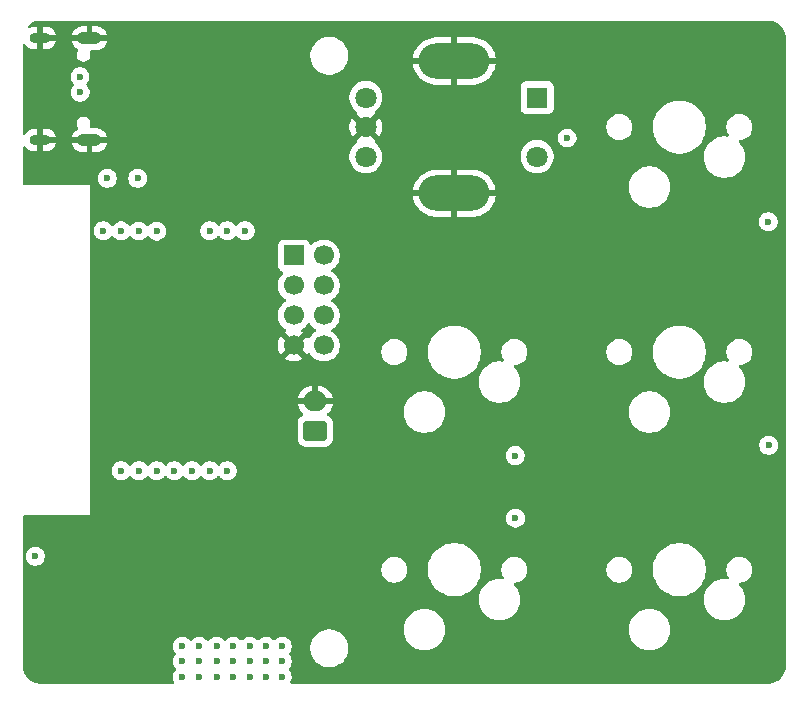
<source format=gbr>
%TF.GenerationSoftware,KiCad,Pcbnew,9.0.2*%
%TF.CreationDate,2025-07-23T19:01:54-06:00*%
%TF.ProjectId,macro devboard ESP32,6d616372-6f20-4646-9576-626f61726420,rev?*%
%TF.SameCoordinates,Original*%
%TF.FileFunction,Copper,L3,Inr*%
%TF.FilePolarity,Positive*%
%FSLAX46Y46*%
G04 Gerber Fmt 4.6, Leading zero omitted, Abs format (unit mm)*
G04 Created by KiCad (PCBNEW 9.0.2) date 2025-07-23 19:01:54*
%MOMM*%
%LPD*%
G01*
G04 APERTURE LIST*
G04 Aperture macros list*
%AMRoundRect*
0 Rectangle with rounded corners*
0 $1 Rounding radius*
0 $2 $3 $4 $5 $6 $7 $8 $9 X,Y pos of 4 corners*
0 Add a 4 corners polygon primitive as box body*
4,1,4,$2,$3,$4,$5,$6,$7,$8,$9,$2,$3,0*
0 Add four circle primitives for the rounded corners*
1,1,$1+$1,$2,$3*
1,1,$1+$1,$4,$5*
1,1,$1+$1,$6,$7*
1,1,$1+$1,$8,$9*
0 Add four rect primitives between the rounded corners*
20,1,$1+$1,$2,$3,$4,$5,0*
20,1,$1+$1,$4,$5,$6,$7,0*
20,1,$1+$1,$6,$7,$8,$9,0*
20,1,$1+$1,$8,$9,$2,$3,0*%
G04 Aperture macros list end*
%TA.AperFunction,ComponentPad*%
%ADD10R,1.800000X1.800000*%
%TD*%
%TA.AperFunction,ComponentPad*%
%ADD11C,1.800000*%
%TD*%
%TA.AperFunction,ComponentPad*%
%ADD12O,6.000000X3.000000*%
%TD*%
%TA.AperFunction,HeatsinkPad*%
%ADD13C,0.600000*%
%TD*%
%TA.AperFunction,ComponentPad*%
%ADD14O,2.100000X1.050000*%
%TD*%
%TA.AperFunction,ComponentPad*%
%ADD15O,1.800000X0.900000*%
%TD*%
%TA.AperFunction,ComponentPad*%
%ADD16RoundRect,0.250000X0.750000X-0.600000X0.750000X0.600000X-0.750000X0.600000X-0.750000X-0.600000X0*%
%TD*%
%TA.AperFunction,ComponentPad*%
%ADD17O,2.000000X1.700000*%
%TD*%
%TA.AperFunction,ComponentPad*%
%ADD18R,1.700000X1.700000*%
%TD*%
%TA.AperFunction,ComponentPad*%
%ADD19C,1.700000*%
%TD*%
%TA.AperFunction,ViaPad*%
%ADD20C,0.600000*%
%TD*%
G04 APERTURE END LIST*
D10*
%TO.N,Net-(D7-A)*%
%TO.C,S1*%
X233040000Y-47020000D03*
D11*
%TO.N,col2*%
X233040000Y-52020000D03*
%TO.N,ROT1*%
X218540000Y-47020000D03*
%TO.N,ROT2*%
X218540000Y-52020000D03*
%TO.N,GND*%
X218540000Y-49520000D03*
D12*
X226040000Y-43920000D03*
X226040000Y-55120000D03*
%TD*%
D13*
%TO.N,GND*%
%TO.C,U1*%
X201970000Y-68540000D03*
X203070000Y-68540000D03*
X201420000Y-67990000D03*
X202520000Y-67990000D03*
X203620000Y-67990000D03*
X201970000Y-67440000D03*
X203070000Y-67440000D03*
X201420000Y-66890000D03*
X202520000Y-66890000D03*
X203620000Y-66890000D03*
X201970000Y-66340000D03*
X203070000Y-66340000D03*
%TD*%
D14*
%TO.N,GND*%
%TO.C,J1*%
X195140000Y-41990000D03*
X195140000Y-50630000D03*
D15*
X190960000Y-41990000D03*
X190960000Y-50630000D03*
%TD*%
D16*
%TO.N,VBAT*%
%TO.C,J2*%
X214260000Y-75240000D03*
D17*
%TO.N,GND*%
X214260000Y-72740000D03*
%TD*%
D18*
%TO.N,IO20{slash}RXD*%
%TO.C,J3*%
X212440000Y-60390000D03*
D19*
%TO.N,IO21{slash}TXD*%
X214980000Y-60390000D03*
%TO.N,IO3*%
X212440000Y-62930000D03*
%TO.N,IO2*%
X214980000Y-62930000D03*
%TO.N,IO1*%
X212440000Y-65470000D03*
%TO.N,IO0*%
X214980000Y-65470000D03*
%TO.N,GND*%
X212440000Y-68010000D03*
%TO.N,VDD*%
X214980000Y-68010000D03*
%TD*%
D20*
%TO.N,row0*%
X202327500Y-78610000D03*
X252620000Y-57540000D03*
X252650000Y-76450000D03*
%TO.N,row1*%
X200827500Y-78610000D03*
X235580000Y-50440000D03*
X231210000Y-82620000D03*
X231190000Y-77330000D03*
%TO.N,GND*%
X223720000Y-47560000D03*
X208720000Y-73560000D03*
X245720000Y-81560000D03*
X249720000Y-59560000D03*
X223420000Y-66170000D03*
X208720000Y-75560000D03*
X247720000Y-55560000D03*
X198720000Y-65560000D03*
X245720000Y-61560000D03*
X198720000Y-75560000D03*
X208450000Y-52210000D03*
X200570000Y-44580000D03*
X196720000Y-91560000D03*
X247720000Y-61560000D03*
X210660000Y-84220000D03*
X251720000Y-43560000D03*
X241720000Y-45560000D03*
X231720000Y-65560000D03*
X249720000Y-43560000D03*
X237720000Y-65560000D03*
X239720000Y-77560000D03*
X235720000Y-41560000D03*
X229720000Y-95560000D03*
X204720000Y-75560000D03*
X247720000Y-81560000D03*
X200720000Y-73560000D03*
X251720000Y-41560000D03*
X231720000Y-43560000D03*
X233720000Y-67560000D03*
X247720000Y-79560000D03*
X233720000Y-41560000D03*
X245720000Y-55560000D03*
X223720000Y-83560000D03*
X231720000Y-93560000D03*
X190720000Y-45560000D03*
X233720000Y-93560000D03*
X208450000Y-50360000D03*
X245720000Y-63560000D03*
X237720000Y-63560000D03*
X194720000Y-95560000D03*
X206720000Y-73560000D03*
X243720000Y-79560000D03*
X249720000Y-45560000D03*
X202720000Y-75560000D03*
X245720000Y-91560000D03*
X198720000Y-71560000D03*
X196720000Y-71560000D03*
X241720000Y-63560000D03*
X249720000Y-81560000D03*
X241720000Y-47560000D03*
X243720000Y-81560000D03*
X239720000Y-43560000D03*
X239720000Y-47560000D03*
X227720000Y-75560000D03*
X208770000Y-91490000D03*
X201610000Y-49082500D03*
X225720000Y-93560000D03*
X192720000Y-43560000D03*
X243720000Y-77560000D03*
X245720000Y-41560000D03*
X227720000Y-47560000D03*
X239720000Y-95560000D03*
X229720000Y-45560000D03*
X196720000Y-73560000D03*
X227720000Y-95560000D03*
X227720000Y-49560000D03*
X235720000Y-79560000D03*
X208720000Y-71560000D03*
X232530000Y-78010000D03*
X237720000Y-71560000D03*
X196720000Y-93560000D03*
X227720000Y-91560000D03*
X239720000Y-51560000D03*
X235720000Y-85560000D03*
X237720000Y-95560000D03*
X235720000Y-93560000D03*
X239720000Y-71560000D03*
X229720000Y-41560000D03*
X233720000Y-61560000D03*
X229720000Y-49560000D03*
X247720000Y-95560000D03*
X237720000Y-47560000D03*
X239720000Y-89560000D03*
X249720000Y-57560000D03*
X196720000Y-69560000D03*
X235720000Y-81560000D03*
X206720000Y-71560000D03*
X190170000Y-92690000D03*
X208720000Y-66540000D03*
X216190000Y-47380000D03*
X243720000Y-43560000D03*
X249720000Y-63560000D03*
X231720000Y-59560000D03*
X239720000Y-59560000D03*
X221720000Y-47560000D03*
X249720000Y-95560000D03*
X253000000Y-79550000D03*
X245720000Y-57560000D03*
X239720000Y-41560000D03*
X204720000Y-71560000D03*
X245720000Y-59560000D03*
X251720000Y-45560000D03*
X245720000Y-65560000D03*
X235720000Y-43560000D03*
X237720000Y-81560000D03*
X192720000Y-41560000D03*
X222310000Y-53580000D03*
X229720000Y-75560000D03*
X225720000Y-83560000D03*
X208480000Y-54030000D03*
X227720000Y-93560000D03*
X229720000Y-65560000D03*
X237720000Y-85560000D03*
X221720000Y-89560000D03*
X247720000Y-59560000D03*
X233720000Y-63560000D03*
X247720000Y-43560000D03*
X241720000Y-43560000D03*
X229720000Y-47560000D03*
X205580000Y-56690000D03*
X241720000Y-95560000D03*
X249720000Y-61560000D03*
X247720000Y-41560000D03*
X233720000Y-65560000D03*
X235720000Y-91560000D03*
X229720000Y-83560000D03*
X208210000Y-88180000D03*
X229720000Y-51560000D03*
X231720000Y-53560000D03*
X241720000Y-49560000D03*
X245720000Y-71560000D03*
X227720000Y-63560000D03*
X191890000Y-90840000D03*
X208790000Y-55310000D03*
X229720000Y-73560000D03*
X237720000Y-45560000D03*
X221720000Y-95560000D03*
X225720000Y-49560000D03*
X223720000Y-41560000D03*
X202720000Y-73560000D03*
X219720000Y-41560000D03*
X190720000Y-47560000D03*
X249720000Y-75560000D03*
X245720000Y-73560000D03*
X241720000Y-77560000D03*
X196720000Y-95560000D03*
X198720000Y-69560000D03*
X245720000Y-43560000D03*
X202720000Y-71560000D03*
X225720000Y-71560000D03*
X221720000Y-41560000D03*
X241720000Y-57560000D03*
X202970000Y-55530000D03*
X196720000Y-67560000D03*
X210390000Y-55310000D03*
X225720000Y-47560000D03*
X249720000Y-93560000D03*
X239720000Y-65560000D03*
X241720000Y-87560000D03*
X249720000Y-77560000D03*
X200720000Y-95560000D03*
X235720000Y-95560000D03*
X227720000Y-41560000D03*
X237720000Y-79560000D03*
X204720000Y-73560000D03*
X196720000Y-65560000D03*
X229720000Y-63560000D03*
X198720000Y-63560000D03*
X239720000Y-61560000D03*
X243720000Y-61560000D03*
X204530000Y-53920000D03*
X206980000Y-55330000D03*
X237720000Y-61560000D03*
X241720000Y-41560000D03*
X225720000Y-95560000D03*
X205760000Y-52190000D03*
X239720000Y-81560000D03*
X253000000Y-81550000D03*
X237720000Y-67560000D03*
X225720000Y-41560000D03*
X233720000Y-43560000D03*
X241720000Y-59560000D03*
X208720000Y-69560000D03*
X243720000Y-45560000D03*
X227720000Y-57560000D03*
X243720000Y-59560000D03*
X223440000Y-76800000D03*
X247720000Y-73560000D03*
X229720000Y-53560000D03*
X231720000Y-41560000D03*
X239720000Y-63560000D03*
X200720000Y-71560000D03*
X245720000Y-79560000D03*
X241720000Y-89560000D03*
X247720000Y-77560000D03*
X247720000Y-65560000D03*
X229720000Y-93560000D03*
X223720000Y-95560000D03*
X225720000Y-57560000D03*
X241720000Y-61560000D03*
X221720000Y-83560000D03*
X241720000Y-85560000D03*
X200720000Y-63570000D03*
X237720000Y-49560000D03*
X208450000Y-48630000D03*
X231720000Y-63560000D03*
X247720000Y-63560000D03*
X249720000Y-41560000D03*
X237720000Y-89560000D03*
X247720000Y-75560000D03*
X237720000Y-77560000D03*
X243720000Y-57560000D03*
X241720000Y-69560000D03*
X225720000Y-77560000D03*
X204720000Y-61560000D03*
X227720000Y-77560000D03*
X233720000Y-49560000D03*
X237720000Y-69560000D03*
X210633474Y-59090000D03*
X247720000Y-47560000D03*
X233720000Y-57560000D03*
X190720000Y-43560000D03*
X245720000Y-93560000D03*
X231720000Y-73560000D03*
X227720000Y-73560000D03*
X249720000Y-47560000D03*
X198720000Y-67560000D03*
X206720000Y-69560000D03*
X249720000Y-65560000D03*
X235720000Y-45560000D03*
X196720000Y-61560000D03*
X245720000Y-75560000D03*
X223720000Y-89560000D03*
X231720000Y-95560000D03*
X192720000Y-95560000D03*
X206720000Y-75560000D03*
X235720000Y-74850000D03*
X221720000Y-45560000D03*
X199700000Y-91270000D03*
X196720000Y-63560000D03*
X241720000Y-51560000D03*
X251720000Y-47560000D03*
X227720000Y-83560000D03*
X225720000Y-75560000D03*
X200790000Y-84565000D03*
X198720000Y-73560000D03*
X231720000Y-49560000D03*
X204220000Y-58040000D03*
X192720000Y-49560000D03*
X241720000Y-65560000D03*
X223720000Y-61560000D03*
X245720000Y-53560000D03*
X233720000Y-59560000D03*
X231720000Y-61560000D03*
X233720000Y-95560000D03*
X249720000Y-79560000D03*
X225720000Y-51560000D03*
X211000000Y-70440000D03*
X200720000Y-75560000D03*
X237720000Y-87560000D03*
X239720000Y-57560000D03*
X219720000Y-43560000D03*
X205760000Y-48640000D03*
X237720000Y-59560000D03*
X206720000Y-61560000D03*
X223720000Y-51560000D03*
X208720000Y-61560000D03*
X243720000Y-41560000D03*
X251720000Y-93560000D03*
X249720000Y-55560000D03*
X205760000Y-50350000D03*
X243720000Y-65560000D03*
X241720000Y-67560000D03*
X229720000Y-85560000D03*
X201710000Y-57380000D03*
X194720000Y-89560000D03*
X235720000Y-87560000D03*
X221720000Y-43560000D03*
X239720000Y-45560000D03*
X198720000Y-95560000D03*
X241720000Y-81560000D03*
X225720000Y-59560000D03*
X229720000Y-61560000D03*
X227720000Y-51560000D03*
X241720000Y-79560000D03*
X235720000Y-89560000D03*
X223720000Y-49560000D03*
X194780000Y-87202500D03*
X210720000Y-61560000D03*
X245720000Y-95560000D03*
X223720000Y-57560000D03*
X196720000Y-75560000D03*
X207380000Y-84230000D03*
X243720000Y-95560000D03*
X199440000Y-52370000D03*
X245720000Y-77560000D03*
X190520000Y-89560000D03*
X223720000Y-59560000D03*
X249720000Y-73560000D03*
X225720000Y-65560000D03*
X229720000Y-77560000D03*
X227720000Y-65560000D03*
X237720000Y-43560000D03*
X245720000Y-45560000D03*
X237720000Y-57560000D03*
X212720000Y-41560000D03*
X251720000Y-95560000D03*
X194720000Y-93560000D03*
X198710000Y-61550000D03*
X237720000Y-41560000D03*
X247720000Y-57560000D03*
X209030000Y-84230000D03*
X237720000Y-51560000D03*
X243720000Y-63560000D03*
X239720000Y-79560000D03*
X247720000Y-93560000D03*
X247720000Y-45560000D03*
X194720000Y-91560000D03*
X206720000Y-67560000D03*
%TO.N,/Din-*%
X194340000Y-45260000D03*
X194344670Y-46559999D03*
%TO.N,IO1*%
X197830000Y-58310000D03*
%TO.N,IO20{slash}RXD*%
X206820000Y-58300000D03*
%TO.N,IO3*%
X200822500Y-58325000D03*
%TO.N,IO21{slash}TXD*%
X205320000Y-58300000D03*
%TO.N,IO2*%
X199320000Y-58320000D03*
%TO.N,IO0*%
X196312500Y-58300000D03*
%TO.N,ROT1*%
X206817500Y-78620000D03*
%TO.N,ROT2*%
X208320000Y-58300000D03*
%TO.N,Net-(JP10-A)*%
X199220000Y-53860000D03*
%TO.N,Net-(JP11-A)*%
X196640000Y-53860000D03*
%TO.N,VBAT*%
X207320000Y-93470000D03*
X211460000Y-93470000D03*
X208710000Y-93470000D03*
X203010000Y-94760000D03*
X204420000Y-93470000D03*
X210120000Y-93460000D03*
X210120000Y-94740000D03*
X203010000Y-96060000D03*
X208710000Y-94750000D03*
X204420000Y-96050000D03*
X203010000Y-93480000D03*
X205910000Y-94760000D03*
X208710000Y-96050000D03*
X210120000Y-96040000D03*
X211460000Y-94750000D03*
X205910000Y-96060000D03*
X204420000Y-94750000D03*
X211460000Y-96050000D03*
X207320000Y-94750000D03*
X205910000Y-93480000D03*
X207320000Y-96050000D03*
%TO.N,EN*%
X190550000Y-85850000D03*
X197830000Y-78620000D03*
%TO.N,col2*%
X205317500Y-78620000D03*
%TO.N,col0*%
X199327500Y-78610000D03*
%TO.N,col1*%
X203827500Y-78610000D03*
%TD*%
%TA.AperFunction,Conductor*%
%TO.N,GND*%
G36*
X213781444Y-66123999D02*
G01*
X213820486Y-66169056D01*
X213824951Y-66177820D01*
X213949890Y-66349786D01*
X214100213Y-66500109D01*
X214272182Y-66625050D01*
X214280946Y-66629516D01*
X214331742Y-66677491D01*
X214348536Y-66745312D01*
X214325998Y-66811447D01*
X214280946Y-66850484D01*
X214272182Y-66854949D01*
X214100213Y-66979890D01*
X213949890Y-67130213D01*
X213824949Y-67302182D01*
X213820202Y-67311499D01*
X213772227Y-67362293D01*
X213704405Y-67379087D01*
X213638271Y-67356548D01*
X213599234Y-67311495D01*
X213594626Y-67302452D01*
X213555270Y-67248282D01*
X213555269Y-67248282D01*
X212922962Y-67880590D01*
X212905925Y-67817007D01*
X212840099Y-67702993D01*
X212747007Y-67609901D01*
X212632993Y-67544075D01*
X212569409Y-67527037D01*
X213201716Y-66894728D01*
X213147547Y-66855373D01*
X213147547Y-66855372D01*
X213138500Y-66850763D01*
X213087706Y-66802788D01*
X213070912Y-66734966D01*
X213093451Y-66668832D01*
X213138508Y-66629793D01*
X213147816Y-66625051D01*
X213227007Y-66567515D01*
X213319786Y-66500109D01*
X213319788Y-66500106D01*
X213319792Y-66500104D01*
X213470104Y-66349792D01*
X213470106Y-66349788D01*
X213470109Y-66349786D01*
X213595048Y-66177820D01*
X213595047Y-66177820D01*
X213595051Y-66177816D01*
X213599514Y-66169054D01*
X213647488Y-66118259D01*
X213715308Y-66101463D01*
X213781444Y-66123999D01*
G37*
%TD.AperFunction*%
%TA.AperFunction,Conductor*%
G36*
X252594418Y-40495816D02*
G01*
X252794561Y-40510130D01*
X252812063Y-40512647D01*
X253003797Y-40554355D01*
X253020755Y-40559334D01*
X253204609Y-40627909D01*
X253220701Y-40635259D01*
X253392904Y-40729288D01*
X253407784Y-40738849D01*
X253564867Y-40856441D01*
X253578237Y-40868027D01*
X253716972Y-41006762D01*
X253728558Y-41020132D01*
X253827822Y-41152733D01*
X253846146Y-41177210D01*
X253855711Y-41192095D01*
X253949740Y-41364298D01*
X253957090Y-41380390D01*
X254025662Y-41564236D01*
X254030646Y-41581212D01*
X254072351Y-41772931D01*
X254074869Y-41790442D01*
X254089184Y-41990580D01*
X254089500Y-41999427D01*
X254089500Y-95140572D01*
X254089184Y-95149418D01*
X254089184Y-95149419D01*
X254074869Y-95349557D01*
X254072351Y-95367068D01*
X254030646Y-95558787D01*
X254025662Y-95575763D01*
X253957090Y-95759609D01*
X253949740Y-95775701D01*
X253855711Y-95947904D01*
X253846146Y-95962789D01*
X253728558Y-96119867D01*
X253716972Y-96133237D01*
X253578237Y-96271972D01*
X253564867Y-96283558D01*
X253407789Y-96401146D01*
X253392904Y-96410711D01*
X253220701Y-96504740D01*
X253204609Y-96512090D01*
X253020763Y-96580662D01*
X253003787Y-96585646D01*
X252812068Y-96627351D01*
X252794557Y-96629869D01*
X252613779Y-96642799D01*
X252594417Y-96644184D01*
X252585572Y-96644500D01*
X212257509Y-96644500D01*
X212190470Y-96624815D01*
X212144715Y-96572011D01*
X212134771Y-96502853D01*
X212154408Y-96451608D01*
X212169389Y-96429187D01*
X212169390Y-96429184D01*
X212169394Y-96429179D01*
X212229737Y-96283497D01*
X212260500Y-96128842D01*
X212260500Y-95971158D01*
X212260500Y-95971155D01*
X212260499Y-95971153D01*
X212244409Y-95890266D01*
X212229737Y-95816503D01*
X212229735Y-95816498D01*
X212169397Y-95670827D01*
X212169390Y-95670814D01*
X212081789Y-95539711D01*
X212081786Y-95539707D01*
X212029760Y-95487681D01*
X211996275Y-95426358D01*
X212001259Y-95356666D01*
X212029760Y-95312319D01*
X212081786Y-95260292D01*
X212081789Y-95260289D01*
X212169394Y-95129179D01*
X212229737Y-94983497D01*
X212260500Y-94828842D01*
X212260500Y-94671158D01*
X212260500Y-94671155D01*
X212260499Y-94671153D01*
X212229737Y-94516503D01*
X212173539Y-94380827D01*
X212169397Y-94370827D01*
X212169390Y-94370814D01*
X212081789Y-94239711D01*
X212081786Y-94239707D01*
X212039760Y-94197681D01*
X212006275Y-94136358D01*
X212011259Y-94066666D01*
X212039760Y-94022319D01*
X212081786Y-93980292D01*
X212081789Y-93980289D01*
X212169394Y-93849179D01*
X212229737Y-93703497D01*
X212260500Y-93548842D01*
X212260500Y-93524038D01*
X213839500Y-93524038D01*
X213839500Y-93775962D01*
X213859643Y-93903136D01*
X213878910Y-94024785D01*
X213956760Y-94264383D01*
X214071132Y-94488848D01*
X214219201Y-94692649D01*
X214219205Y-94692654D01*
X214397345Y-94870794D01*
X214397350Y-94870798D01*
X214552457Y-94983489D01*
X214601155Y-95018870D01*
X214719379Y-95079108D01*
X214825616Y-95133239D01*
X214825618Y-95133239D01*
X214825621Y-95133241D01*
X215065215Y-95211090D01*
X215314038Y-95250500D01*
X215314039Y-95250500D01*
X215565961Y-95250500D01*
X215565962Y-95250500D01*
X215814785Y-95211090D01*
X216054379Y-95133241D01*
X216278845Y-95018870D01*
X216482656Y-94870793D01*
X216660793Y-94692656D01*
X216808870Y-94488845D01*
X216923241Y-94264379D01*
X217001090Y-94024785D01*
X217040500Y-93775962D01*
X217040500Y-93524038D01*
X217001090Y-93275215D01*
X216923241Y-93035621D01*
X216923239Y-93035618D01*
X216923239Y-93035616D01*
X216832846Y-92858211D01*
X216808870Y-92811155D01*
X216779412Y-92770609D01*
X216660798Y-92607350D01*
X216660794Y-92607345D01*
X216482654Y-92429205D01*
X216482649Y-92429201D01*
X216278848Y-92281132D01*
X216278847Y-92281131D01*
X216278845Y-92281130D01*
X216208747Y-92245413D01*
X216054383Y-92166760D01*
X215814785Y-92088909D01*
X215687059Y-92068680D01*
X215667416Y-92065568D01*
X215565962Y-92049500D01*
X215314038Y-92049500D01*
X215192941Y-92068680D01*
X215065214Y-92088910D01*
X214825616Y-92166760D01*
X214601151Y-92281132D01*
X214397350Y-92429201D01*
X214397345Y-92429205D01*
X214219205Y-92607345D01*
X214219201Y-92607350D01*
X214071132Y-92811151D01*
X213956760Y-93035616D01*
X213878910Y-93275214D01*
X213878910Y-93275215D01*
X213839500Y-93524038D01*
X212260500Y-93524038D01*
X212260500Y-93391158D01*
X212260500Y-93391155D01*
X212260499Y-93391153D01*
X212237437Y-93275214D01*
X212229737Y-93236503D01*
X212173539Y-93100827D01*
X212169397Y-93090827D01*
X212169390Y-93090814D01*
X212081789Y-92959711D01*
X212081786Y-92959707D01*
X211970292Y-92848213D01*
X211970288Y-92848210D01*
X211839185Y-92760609D01*
X211839172Y-92760602D01*
X211693501Y-92700264D01*
X211693489Y-92700261D01*
X211538845Y-92669500D01*
X211538842Y-92669500D01*
X211381158Y-92669500D01*
X211381155Y-92669500D01*
X211226510Y-92700261D01*
X211226498Y-92700264D01*
X211080827Y-92760602D01*
X211080814Y-92760609D01*
X210949711Y-92848210D01*
X210949707Y-92848213D01*
X210882681Y-92915240D01*
X210821358Y-92948725D01*
X210751666Y-92943741D01*
X210707319Y-92915240D01*
X210630292Y-92838213D01*
X210630288Y-92838210D01*
X210499185Y-92750609D01*
X210499172Y-92750602D01*
X210353501Y-92690264D01*
X210353489Y-92690261D01*
X210198845Y-92659500D01*
X210198842Y-92659500D01*
X210041158Y-92659500D01*
X210041155Y-92659500D01*
X209886510Y-92690261D01*
X209886498Y-92690264D01*
X209740827Y-92750602D01*
X209740814Y-92750609D01*
X209609711Y-92838210D01*
X209609707Y-92838213D01*
X209497681Y-92950240D01*
X209436358Y-92983725D01*
X209366666Y-92978741D01*
X209322319Y-92950240D01*
X209220292Y-92848213D01*
X209220288Y-92848210D01*
X209089185Y-92760609D01*
X209089172Y-92760602D01*
X208943501Y-92700264D01*
X208943489Y-92700261D01*
X208788845Y-92669500D01*
X208788842Y-92669500D01*
X208631158Y-92669500D01*
X208631155Y-92669500D01*
X208476510Y-92700261D01*
X208476498Y-92700264D01*
X208330827Y-92760602D01*
X208330814Y-92760609D01*
X208199711Y-92848210D01*
X208199707Y-92848213D01*
X208102681Y-92945240D01*
X208041358Y-92978725D01*
X207971666Y-92973741D01*
X207927319Y-92945240D01*
X207830292Y-92848213D01*
X207830288Y-92848210D01*
X207699185Y-92760609D01*
X207699172Y-92760602D01*
X207553501Y-92700264D01*
X207553489Y-92700261D01*
X207398845Y-92669500D01*
X207398842Y-92669500D01*
X207241158Y-92669500D01*
X207241155Y-92669500D01*
X207086510Y-92700261D01*
X207086498Y-92700264D01*
X206940827Y-92760602D01*
X206940814Y-92760609D01*
X206809711Y-92848210D01*
X206809707Y-92848213D01*
X206697681Y-92960240D01*
X206636358Y-92993725D01*
X206566666Y-92988741D01*
X206522319Y-92960240D01*
X206420292Y-92858213D01*
X206420288Y-92858210D01*
X206289185Y-92770609D01*
X206289172Y-92770602D01*
X206143501Y-92710264D01*
X206143489Y-92710261D01*
X205988845Y-92679500D01*
X205988842Y-92679500D01*
X205831158Y-92679500D01*
X205831155Y-92679500D01*
X205676510Y-92710261D01*
X205676498Y-92710264D01*
X205530827Y-92770602D01*
X205530814Y-92770609D01*
X205399711Y-92858210D01*
X205399707Y-92858213D01*
X205288213Y-92969707D01*
X205288209Y-92969712D01*
X205271440Y-92994808D01*
X205217826Y-93039611D01*
X205148501Y-93048317D01*
X205085475Y-93018160D01*
X205065237Y-92994804D01*
X205057834Y-92983725D01*
X205041789Y-92959711D01*
X205041787Y-92959708D01*
X204930292Y-92848213D01*
X204930288Y-92848210D01*
X204799185Y-92760609D01*
X204799172Y-92760602D01*
X204653501Y-92700264D01*
X204653489Y-92700261D01*
X204498845Y-92669500D01*
X204498842Y-92669500D01*
X204341158Y-92669500D01*
X204341155Y-92669500D01*
X204186510Y-92700261D01*
X204186498Y-92700264D01*
X204040827Y-92760602D01*
X204040814Y-92760609D01*
X203909711Y-92848210D01*
X203909707Y-92848213D01*
X203797681Y-92960240D01*
X203736358Y-92993725D01*
X203666666Y-92988741D01*
X203622319Y-92960240D01*
X203520292Y-92858213D01*
X203520288Y-92858210D01*
X203389185Y-92770609D01*
X203389172Y-92770602D01*
X203243501Y-92710264D01*
X203243489Y-92710261D01*
X203088845Y-92679500D01*
X203088842Y-92679500D01*
X202931158Y-92679500D01*
X202931155Y-92679500D01*
X202776510Y-92710261D01*
X202776498Y-92710264D01*
X202630827Y-92770602D01*
X202630814Y-92770609D01*
X202499711Y-92858210D01*
X202499707Y-92858213D01*
X202388213Y-92969707D01*
X202388210Y-92969711D01*
X202300609Y-93100814D01*
X202300602Y-93100827D01*
X202240264Y-93246498D01*
X202240261Y-93246510D01*
X202209500Y-93401153D01*
X202209500Y-93558846D01*
X202240261Y-93713489D01*
X202240264Y-93713501D01*
X202300602Y-93859172D01*
X202300609Y-93859185D01*
X202388210Y-93990288D01*
X202388213Y-93990292D01*
X202430240Y-94032319D01*
X202463725Y-94093642D01*
X202458741Y-94163334D01*
X202430240Y-94207681D01*
X202388213Y-94249707D01*
X202388210Y-94249711D01*
X202300609Y-94380814D01*
X202300602Y-94380827D01*
X202240264Y-94526498D01*
X202240261Y-94526510D01*
X202209500Y-94681153D01*
X202209500Y-94838846D01*
X202240261Y-94993489D01*
X202240264Y-94993501D01*
X202300602Y-95139172D01*
X202300609Y-95139185D01*
X202388210Y-95270288D01*
X202388213Y-95270292D01*
X202440240Y-95322319D01*
X202473725Y-95383642D01*
X202468741Y-95453334D01*
X202440240Y-95497681D01*
X202388213Y-95549707D01*
X202388210Y-95549711D01*
X202300609Y-95680814D01*
X202300602Y-95680827D01*
X202240264Y-95826498D01*
X202240261Y-95826510D01*
X202209500Y-95981153D01*
X202209500Y-96138846D01*
X202240261Y-96293489D01*
X202240264Y-96293501D01*
X202300602Y-96439172D01*
X202300606Y-96439179D01*
X202308911Y-96451608D01*
X202329789Y-96518286D01*
X202311305Y-96585666D01*
X202259326Y-96632357D01*
X202205809Y-96644500D01*
X190999428Y-96644500D01*
X190990582Y-96644184D01*
X190968622Y-96642613D01*
X190790442Y-96629869D01*
X190772931Y-96627351D01*
X190581212Y-96585646D01*
X190564236Y-96580662D01*
X190380390Y-96512090D01*
X190364298Y-96504740D01*
X190192095Y-96410711D01*
X190177210Y-96401146D01*
X190020132Y-96283558D01*
X190006762Y-96271972D01*
X189868027Y-96133237D01*
X189856441Y-96119867D01*
X189752604Y-95981158D01*
X189738849Y-95962784D01*
X189729288Y-95947904D01*
X189635259Y-95775701D01*
X189627909Y-95759609D01*
X189559334Y-95575755D01*
X189554355Y-95558797D01*
X189512647Y-95367063D01*
X189510130Y-95349556D01*
X189503745Y-95260288D01*
X189495816Y-95149418D01*
X189495500Y-95140572D01*
X189495500Y-91950258D01*
X221749500Y-91950258D01*
X221749500Y-92179741D01*
X221774446Y-92369215D01*
X221779452Y-92407238D01*
X221779453Y-92407240D01*
X221838842Y-92628887D01*
X221926650Y-92840876D01*
X221926657Y-92840890D01*
X221969583Y-92915240D01*
X222041388Y-93039611D01*
X222041392Y-93039617D01*
X222181081Y-93221661D01*
X222181089Y-93221670D01*
X222343330Y-93383911D01*
X222343338Y-93383918D01*
X222343339Y-93383919D01*
X222352769Y-93391155D01*
X222525382Y-93523607D01*
X222525385Y-93523608D01*
X222525388Y-93523611D01*
X222724112Y-93638344D01*
X222724117Y-93638346D01*
X222724123Y-93638349D01*
X222815480Y-93676190D01*
X222936113Y-93726158D01*
X223157762Y-93785548D01*
X223385266Y-93815500D01*
X223385273Y-93815500D01*
X223614727Y-93815500D01*
X223614734Y-93815500D01*
X223842238Y-93785548D01*
X224063887Y-93726158D01*
X224275888Y-93638344D01*
X224474612Y-93523611D01*
X224656661Y-93383919D01*
X224656665Y-93383914D01*
X224656670Y-93383911D01*
X224818911Y-93221670D01*
X224818914Y-93221665D01*
X224818919Y-93221661D01*
X224958611Y-93039612D01*
X225073344Y-92840888D01*
X225161158Y-92628887D01*
X225220548Y-92407238D01*
X225250500Y-92179734D01*
X225250500Y-91950266D01*
X225250499Y-91950258D01*
X240799500Y-91950258D01*
X240799500Y-92179741D01*
X240824446Y-92369215D01*
X240829452Y-92407238D01*
X240829453Y-92407240D01*
X240888842Y-92628887D01*
X240976650Y-92840876D01*
X240976657Y-92840890D01*
X241019583Y-92915240D01*
X241091388Y-93039611D01*
X241091392Y-93039617D01*
X241231081Y-93221661D01*
X241231089Y-93221670D01*
X241393330Y-93383911D01*
X241393338Y-93383918D01*
X241393339Y-93383919D01*
X241402769Y-93391155D01*
X241575382Y-93523607D01*
X241575385Y-93523608D01*
X241575388Y-93523611D01*
X241774112Y-93638344D01*
X241774117Y-93638346D01*
X241774123Y-93638349D01*
X241865480Y-93676190D01*
X241986113Y-93726158D01*
X242207762Y-93785548D01*
X242435266Y-93815500D01*
X242435273Y-93815500D01*
X242664727Y-93815500D01*
X242664734Y-93815500D01*
X242892238Y-93785548D01*
X243113887Y-93726158D01*
X243325888Y-93638344D01*
X243524612Y-93523611D01*
X243706661Y-93383919D01*
X243706665Y-93383914D01*
X243706670Y-93383911D01*
X243868911Y-93221670D01*
X243868914Y-93221665D01*
X243868919Y-93221661D01*
X244008611Y-93039612D01*
X244123344Y-92840888D01*
X244211158Y-92628887D01*
X244270548Y-92407238D01*
X244300500Y-92179734D01*
X244300500Y-91950266D01*
X244270548Y-91722762D01*
X244211158Y-91501113D01*
X244123344Y-91289112D01*
X244008611Y-91090388D01*
X244008608Y-91090385D01*
X244008607Y-91090382D01*
X243868918Y-90908338D01*
X243868911Y-90908330D01*
X243706670Y-90746089D01*
X243706661Y-90746081D01*
X243524617Y-90606392D01*
X243325890Y-90491657D01*
X243325876Y-90491650D01*
X243113887Y-90403842D01*
X242892238Y-90344452D01*
X242854215Y-90339446D01*
X242664741Y-90314500D01*
X242664734Y-90314500D01*
X242435266Y-90314500D01*
X242435258Y-90314500D01*
X242218715Y-90343009D01*
X242207762Y-90344452D01*
X242114076Y-90369554D01*
X241986112Y-90403842D01*
X241774123Y-90491650D01*
X241774109Y-90491657D01*
X241575382Y-90606392D01*
X241393338Y-90746081D01*
X241231081Y-90908338D01*
X241091392Y-91090382D01*
X240976657Y-91289109D01*
X240976650Y-91289123D01*
X240888842Y-91501112D01*
X240829453Y-91722759D01*
X240829451Y-91722770D01*
X240799500Y-91950258D01*
X225250499Y-91950258D01*
X225220548Y-91722762D01*
X225161158Y-91501113D01*
X225073344Y-91289112D01*
X224958611Y-91090388D01*
X224958608Y-91090385D01*
X224958607Y-91090382D01*
X224818918Y-90908338D01*
X224818911Y-90908330D01*
X224656670Y-90746089D01*
X224656661Y-90746081D01*
X224474617Y-90606392D01*
X224275890Y-90491657D01*
X224275876Y-90491650D01*
X224063887Y-90403842D01*
X223842238Y-90344452D01*
X223804215Y-90339446D01*
X223614741Y-90314500D01*
X223614734Y-90314500D01*
X223385266Y-90314500D01*
X223385258Y-90314500D01*
X223168715Y-90343009D01*
X223157762Y-90344452D01*
X223064076Y-90369554D01*
X222936112Y-90403842D01*
X222724123Y-90491650D01*
X222724109Y-90491657D01*
X222525382Y-90606392D01*
X222343338Y-90746081D01*
X222181081Y-90908338D01*
X222041392Y-91090382D01*
X221926657Y-91289109D01*
X221926650Y-91289123D01*
X221838842Y-91501112D01*
X221779453Y-91722759D01*
X221779451Y-91722770D01*
X221749500Y-91950258D01*
X189495500Y-91950258D01*
X189495500Y-89410258D01*
X228099500Y-89410258D01*
X228099500Y-89639741D01*
X228124446Y-89829215D01*
X228129452Y-89867238D01*
X228129453Y-89867240D01*
X228188842Y-90088887D01*
X228276650Y-90300876D01*
X228276657Y-90300890D01*
X228391392Y-90499617D01*
X228531081Y-90681661D01*
X228531089Y-90681670D01*
X228693330Y-90843911D01*
X228693338Y-90843918D01*
X228875382Y-90983607D01*
X228875385Y-90983608D01*
X228875388Y-90983611D01*
X229074112Y-91098344D01*
X229074117Y-91098346D01*
X229074123Y-91098349D01*
X229165480Y-91136190D01*
X229286113Y-91186158D01*
X229507762Y-91245548D01*
X229735266Y-91275500D01*
X229735273Y-91275500D01*
X229964727Y-91275500D01*
X229964734Y-91275500D01*
X230192238Y-91245548D01*
X230413887Y-91186158D01*
X230625888Y-91098344D01*
X230824612Y-90983611D01*
X231006661Y-90843919D01*
X231006665Y-90843914D01*
X231006670Y-90843911D01*
X231168911Y-90681670D01*
X231168914Y-90681665D01*
X231168919Y-90681661D01*
X231308611Y-90499612D01*
X231423344Y-90300888D01*
X231511158Y-90088887D01*
X231570548Y-89867238D01*
X231600500Y-89639734D01*
X231600500Y-89410266D01*
X231600499Y-89410258D01*
X247149500Y-89410258D01*
X247149500Y-89639741D01*
X247174446Y-89829215D01*
X247179452Y-89867238D01*
X247179453Y-89867240D01*
X247238842Y-90088887D01*
X247326650Y-90300876D01*
X247326657Y-90300890D01*
X247441392Y-90499617D01*
X247581081Y-90681661D01*
X247581089Y-90681670D01*
X247743330Y-90843911D01*
X247743338Y-90843918D01*
X247925382Y-90983607D01*
X247925385Y-90983608D01*
X247925388Y-90983611D01*
X248124112Y-91098344D01*
X248124117Y-91098346D01*
X248124123Y-91098349D01*
X248215480Y-91136190D01*
X248336113Y-91186158D01*
X248557762Y-91245548D01*
X248785266Y-91275500D01*
X248785273Y-91275500D01*
X249014727Y-91275500D01*
X249014734Y-91275500D01*
X249242238Y-91245548D01*
X249463887Y-91186158D01*
X249675888Y-91098344D01*
X249874612Y-90983611D01*
X250056661Y-90843919D01*
X250056665Y-90843914D01*
X250056670Y-90843911D01*
X250218911Y-90681670D01*
X250218914Y-90681665D01*
X250218919Y-90681661D01*
X250358611Y-90499612D01*
X250473344Y-90300888D01*
X250561158Y-90088887D01*
X250620548Y-89867238D01*
X250650500Y-89639734D01*
X250650500Y-89410266D01*
X250620548Y-89182762D01*
X250561158Y-88961113D01*
X250473344Y-88749112D01*
X250358611Y-88550388D01*
X250358608Y-88550385D01*
X250358607Y-88550382D01*
X250218918Y-88368338D01*
X250218911Y-88368330D01*
X250148662Y-88298081D01*
X250115177Y-88236758D01*
X250120161Y-88167066D01*
X250162033Y-88111133D01*
X250227497Y-88086716D01*
X250236343Y-88086400D01*
X250256687Y-88086400D01*
X250339695Y-88073252D01*
X250427912Y-88059280D01*
X250592791Y-88005708D01*
X250747260Y-87927002D01*
X250887514Y-87825101D01*
X251010101Y-87702514D01*
X251112002Y-87562260D01*
X251190708Y-87407791D01*
X251244280Y-87242912D01*
X251261831Y-87132099D01*
X251271400Y-87071687D01*
X251271400Y-86898312D01*
X251255622Y-86798702D01*
X251244280Y-86727088D01*
X251190708Y-86562209D01*
X251190708Y-86562208D01*
X251112001Y-86407739D01*
X251010101Y-86267486D01*
X250887514Y-86144899D01*
X250747260Y-86042998D01*
X250592791Y-85964291D01*
X250592788Y-85964290D01*
X250427913Y-85910720D01*
X250256687Y-85883600D01*
X250256682Y-85883600D01*
X250083318Y-85883600D01*
X250083313Y-85883600D01*
X249912086Y-85910720D01*
X249747211Y-85964290D01*
X249747208Y-85964291D01*
X249592739Y-86042998D01*
X249512719Y-86101136D01*
X249452486Y-86144899D01*
X249452484Y-86144901D01*
X249452483Y-86144901D01*
X249329901Y-86267483D01*
X249329901Y-86267484D01*
X249329899Y-86267486D01*
X249286136Y-86327719D01*
X249227998Y-86407739D01*
X249149291Y-86562208D01*
X249149290Y-86562211D01*
X249095720Y-86727086D01*
X249068600Y-86898312D01*
X249068600Y-87071687D01*
X249095720Y-87242913D01*
X249149290Y-87407788D01*
X249149291Y-87407791D01*
X249227998Y-87562260D01*
X249251420Y-87594497D01*
X249274900Y-87660303D01*
X249259075Y-87728357D01*
X249208970Y-87777052D01*
X249140492Y-87790928D01*
X249134917Y-87790322D01*
X249014744Y-87774501D01*
X249014739Y-87774500D01*
X249014734Y-87774500D01*
X248785266Y-87774500D01*
X248785258Y-87774500D01*
X248568715Y-87803009D01*
X248557762Y-87804452D01*
X248480709Y-87825098D01*
X248336112Y-87863842D01*
X248124123Y-87951650D01*
X248124109Y-87951657D01*
X247925382Y-88066392D01*
X247743338Y-88206081D01*
X247581081Y-88368338D01*
X247441392Y-88550382D01*
X247326657Y-88749109D01*
X247326650Y-88749123D01*
X247238842Y-88961112D01*
X247179453Y-89182759D01*
X247179451Y-89182770D01*
X247149500Y-89410258D01*
X231600499Y-89410258D01*
X231570548Y-89182762D01*
X231511158Y-88961113D01*
X231423344Y-88749112D01*
X231308611Y-88550388D01*
X231308608Y-88550385D01*
X231308607Y-88550382D01*
X231168918Y-88368338D01*
X231168911Y-88368330D01*
X231098662Y-88298081D01*
X231065177Y-88236758D01*
X231070161Y-88167066D01*
X231112033Y-88111133D01*
X231177497Y-88086716D01*
X231186343Y-88086400D01*
X231206687Y-88086400D01*
X231289695Y-88073252D01*
X231377912Y-88059280D01*
X231542791Y-88005708D01*
X231697260Y-87927002D01*
X231837514Y-87825101D01*
X231960101Y-87702514D01*
X232062002Y-87562260D01*
X232140708Y-87407791D01*
X232194280Y-87242912D01*
X232211831Y-87132099D01*
X232221400Y-87071687D01*
X232221400Y-86898312D01*
X238908600Y-86898312D01*
X238908600Y-87071687D01*
X238935720Y-87242913D01*
X238989290Y-87407788D01*
X238989291Y-87407791D01*
X239067998Y-87562260D01*
X239169899Y-87702514D01*
X239292486Y-87825101D01*
X239432740Y-87927002D01*
X239481126Y-87951656D01*
X239587208Y-88005708D01*
X239587211Y-88005709D01*
X239669648Y-88032494D01*
X239752088Y-88059280D01*
X239831391Y-88071840D01*
X239923313Y-88086400D01*
X239923318Y-88086400D01*
X240096687Y-88086400D01*
X240179695Y-88073252D01*
X240267912Y-88059280D01*
X240432791Y-88005708D01*
X240587260Y-87927002D01*
X240727514Y-87825101D01*
X240850101Y-87702514D01*
X240952002Y-87562260D01*
X241030708Y-87407791D01*
X241084280Y-87242912D01*
X241101831Y-87132099D01*
X241111400Y-87071687D01*
X241111400Y-86898312D01*
X241104260Y-86853233D01*
X241101831Y-86837900D01*
X242845600Y-86837900D01*
X242845600Y-87132099D01*
X242845601Y-87132116D01*
X242884001Y-87423796D01*
X242960152Y-87707994D01*
X243072734Y-87979794D01*
X243072742Y-87979810D01*
X243219840Y-88234589D01*
X243219851Y-88234605D01*
X243398948Y-88468009D01*
X243398954Y-88468016D01*
X243606983Y-88676045D01*
X243606990Y-88676051D01*
X243773205Y-88803592D01*
X243840403Y-88855155D01*
X243840410Y-88855159D01*
X244095189Y-89002257D01*
X244095205Y-89002265D01*
X244367005Y-89114847D01*
X244367007Y-89114847D01*
X244367013Y-89114850D01*
X244651200Y-89190998D01*
X244942894Y-89229400D01*
X244942901Y-89229400D01*
X245237099Y-89229400D01*
X245237106Y-89229400D01*
X245528800Y-89190998D01*
X245812987Y-89114850D01*
X245886318Y-89084475D01*
X246084794Y-89002265D01*
X246084797Y-89002263D01*
X246084803Y-89002261D01*
X246339597Y-88855155D01*
X246573011Y-88676050D01*
X246781050Y-88468011D01*
X246960155Y-88234597D01*
X247107261Y-87979803D01*
X247118920Y-87951657D01*
X247192300Y-87774500D01*
X247219850Y-87707987D01*
X247295998Y-87423800D01*
X247334400Y-87132106D01*
X247334400Y-86837894D01*
X247295998Y-86546200D01*
X247219850Y-86262013D01*
X247219847Y-86262005D01*
X247107265Y-85990205D01*
X247107257Y-85990189D01*
X246960159Y-85735410D01*
X246960155Y-85735403D01*
X246781050Y-85501989D01*
X246781045Y-85501983D01*
X246573016Y-85293954D01*
X246573009Y-85293948D01*
X246339605Y-85114851D01*
X246339603Y-85114849D01*
X246339597Y-85114845D01*
X246339592Y-85114842D01*
X246339589Y-85114840D01*
X246084810Y-84967742D01*
X246084794Y-84967734D01*
X245812994Y-84855152D01*
X245528796Y-84779001D01*
X245237116Y-84740601D01*
X245237111Y-84740600D01*
X245237106Y-84740600D01*
X244942894Y-84740600D01*
X244942888Y-84740600D01*
X244942883Y-84740601D01*
X244651203Y-84779001D01*
X244367005Y-84855152D01*
X244095205Y-84967734D01*
X244095189Y-84967742D01*
X243840410Y-85114840D01*
X243840394Y-85114851D01*
X243606990Y-85293948D01*
X243606983Y-85293954D01*
X243398954Y-85501983D01*
X243398948Y-85501990D01*
X243219851Y-85735394D01*
X243219840Y-85735410D01*
X243072742Y-85990189D01*
X243072734Y-85990205D01*
X242960152Y-86262005D01*
X242884001Y-86546203D01*
X242845601Y-86837883D01*
X242845600Y-86837900D01*
X241101831Y-86837900D01*
X241094019Y-86788579D01*
X241084280Y-86727088D01*
X241030708Y-86562209D01*
X241030708Y-86562208D01*
X240952001Y-86407739D01*
X240850101Y-86267486D01*
X240727514Y-86144899D01*
X240587260Y-86042998D01*
X240432791Y-85964291D01*
X240432788Y-85964290D01*
X240267913Y-85910720D01*
X240096687Y-85883600D01*
X240096682Y-85883600D01*
X239923318Y-85883600D01*
X239923313Y-85883600D01*
X239752086Y-85910720D01*
X239587211Y-85964290D01*
X239587208Y-85964291D01*
X239432739Y-86042998D01*
X239352719Y-86101136D01*
X239292486Y-86144899D01*
X239292484Y-86144901D01*
X239292483Y-86144901D01*
X239169901Y-86267483D01*
X239169901Y-86267484D01*
X239169899Y-86267486D01*
X239126136Y-86327719D01*
X239067998Y-86407739D01*
X238989291Y-86562208D01*
X238989290Y-86562211D01*
X238935720Y-86727086D01*
X238908600Y-86898312D01*
X232221400Y-86898312D01*
X232205622Y-86798702D01*
X232194280Y-86727088D01*
X232140708Y-86562209D01*
X232140708Y-86562208D01*
X232062001Y-86407739D01*
X231960101Y-86267486D01*
X231837514Y-86144899D01*
X231697260Y-86042998D01*
X231542791Y-85964291D01*
X231542788Y-85964290D01*
X231377913Y-85910720D01*
X231206687Y-85883600D01*
X231206682Y-85883600D01*
X231033318Y-85883600D01*
X231033313Y-85883600D01*
X230862086Y-85910720D01*
X230697211Y-85964290D01*
X230697208Y-85964291D01*
X230542739Y-86042998D01*
X230462719Y-86101136D01*
X230402486Y-86144899D01*
X230402484Y-86144901D01*
X230402483Y-86144901D01*
X230279901Y-86267483D01*
X230279901Y-86267484D01*
X230279899Y-86267486D01*
X230236136Y-86327719D01*
X230177998Y-86407739D01*
X230099291Y-86562208D01*
X230099290Y-86562211D01*
X230045720Y-86727086D01*
X230018600Y-86898312D01*
X230018600Y-87071687D01*
X230045720Y-87242913D01*
X230099290Y-87407788D01*
X230099291Y-87407791D01*
X230177998Y-87562260D01*
X230201420Y-87594497D01*
X230224900Y-87660303D01*
X230209075Y-87728357D01*
X230158970Y-87777052D01*
X230090492Y-87790928D01*
X230084917Y-87790322D01*
X229964744Y-87774501D01*
X229964739Y-87774500D01*
X229964734Y-87774500D01*
X229735266Y-87774500D01*
X229735258Y-87774500D01*
X229518715Y-87803009D01*
X229507762Y-87804452D01*
X229430709Y-87825098D01*
X229286112Y-87863842D01*
X229074123Y-87951650D01*
X229074109Y-87951657D01*
X228875382Y-88066392D01*
X228693338Y-88206081D01*
X228531081Y-88368338D01*
X228391392Y-88550382D01*
X228276657Y-88749109D01*
X228276650Y-88749123D01*
X228188842Y-88961112D01*
X228129453Y-89182759D01*
X228129451Y-89182770D01*
X228099500Y-89410258D01*
X189495500Y-89410258D01*
X189495500Y-86898312D01*
X219858600Y-86898312D01*
X219858600Y-87071687D01*
X219885720Y-87242913D01*
X219939290Y-87407788D01*
X219939291Y-87407791D01*
X220017998Y-87562260D01*
X220119899Y-87702514D01*
X220242486Y-87825101D01*
X220382740Y-87927002D01*
X220431126Y-87951656D01*
X220537208Y-88005708D01*
X220537211Y-88005709D01*
X220619648Y-88032494D01*
X220702088Y-88059280D01*
X220781391Y-88071840D01*
X220873313Y-88086400D01*
X220873318Y-88086400D01*
X221046687Y-88086400D01*
X221129695Y-88073252D01*
X221217912Y-88059280D01*
X221382791Y-88005708D01*
X221537260Y-87927002D01*
X221677514Y-87825101D01*
X221800101Y-87702514D01*
X221902002Y-87562260D01*
X221980708Y-87407791D01*
X222034280Y-87242912D01*
X222051831Y-87132099D01*
X222061400Y-87071687D01*
X222061400Y-86898312D01*
X222054260Y-86853233D01*
X222051831Y-86837900D01*
X223795600Y-86837900D01*
X223795600Y-87132099D01*
X223795601Y-87132116D01*
X223834001Y-87423796D01*
X223910152Y-87707994D01*
X224022734Y-87979794D01*
X224022742Y-87979810D01*
X224169840Y-88234589D01*
X224169851Y-88234605D01*
X224348948Y-88468009D01*
X224348954Y-88468016D01*
X224556983Y-88676045D01*
X224556990Y-88676051D01*
X224723205Y-88803592D01*
X224790403Y-88855155D01*
X224790410Y-88855159D01*
X225045189Y-89002257D01*
X225045205Y-89002265D01*
X225317005Y-89114847D01*
X225317007Y-89114847D01*
X225317013Y-89114850D01*
X225601200Y-89190998D01*
X225892894Y-89229400D01*
X225892901Y-89229400D01*
X226187099Y-89229400D01*
X226187106Y-89229400D01*
X226478800Y-89190998D01*
X226762987Y-89114850D01*
X226836318Y-89084475D01*
X227034794Y-89002265D01*
X227034797Y-89002263D01*
X227034803Y-89002261D01*
X227289597Y-88855155D01*
X227523011Y-88676050D01*
X227731050Y-88468011D01*
X227910155Y-88234597D01*
X228057261Y-87979803D01*
X228068920Y-87951657D01*
X228142300Y-87774500D01*
X228169850Y-87707987D01*
X228245998Y-87423800D01*
X228284400Y-87132106D01*
X228284400Y-86837894D01*
X228245998Y-86546200D01*
X228169850Y-86262013D01*
X228169847Y-86262005D01*
X228057265Y-85990205D01*
X228057257Y-85990189D01*
X227910159Y-85735410D01*
X227910155Y-85735403D01*
X227731050Y-85501989D01*
X227731045Y-85501983D01*
X227523016Y-85293954D01*
X227523009Y-85293948D01*
X227289605Y-85114851D01*
X227289603Y-85114849D01*
X227289597Y-85114845D01*
X227289592Y-85114842D01*
X227289589Y-85114840D01*
X227034810Y-84967742D01*
X227034794Y-84967734D01*
X226762994Y-84855152D01*
X226478796Y-84779001D01*
X226187116Y-84740601D01*
X226187111Y-84740600D01*
X226187106Y-84740600D01*
X225892894Y-84740600D01*
X225892888Y-84740600D01*
X225892883Y-84740601D01*
X225601203Y-84779001D01*
X225317005Y-84855152D01*
X225045205Y-84967734D01*
X225045189Y-84967742D01*
X224790410Y-85114840D01*
X224790394Y-85114851D01*
X224556990Y-85293948D01*
X224556983Y-85293954D01*
X224348954Y-85501983D01*
X224348948Y-85501990D01*
X224169851Y-85735394D01*
X224169840Y-85735410D01*
X224022742Y-85990189D01*
X224022734Y-85990205D01*
X223910152Y-86262005D01*
X223834001Y-86546203D01*
X223795601Y-86837883D01*
X223795600Y-86837900D01*
X222051831Y-86837900D01*
X222044019Y-86788579D01*
X222034280Y-86727088D01*
X221980708Y-86562209D01*
X221980708Y-86562208D01*
X221902001Y-86407739D01*
X221800101Y-86267486D01*
X221677514Y-86144899D01*
X221537260Y-86042998D01*
X221382791Y-85964291D01*
X221382788Y-85964290D01*
X221217913Y-85910720D01*
X221046687Y-85883600D01*
X221046682Y-85883600D01*
X220873318Y-85883600D01*
X220873313Y-85883600D01*
X220702086Y-85910720D01*
X220537211Y-85964290D01*
X220537208Y-85964291D01*
X220382739Y-86042998D01*
X220302719Y-86101136D01*
X220242486Y-86144899D01*
X220242484Y-86144901D01*
X220242483Y-86144901D01*
X220119901Y-86267483D01*
X220119901Y-86267484D01*
X220119899Y-86267486D01*
X220076136Y-86327719D01*
X220017998Y-86407739D01*
X219939291Y-86562208D01*
X219939290Y-86562211D01*
X219885720Y-86727086D01*
X219858600Y-86898312D01*
X189495500Y-86898312D01*
X189495500Y-85771153D01*
X189749500Y-85771153D01*
X189749500Y-85928846D01*
X189780261Y-86083489D01*
X189780264Y-86083501D01*
X189840602Y-86229172D01*
X189840609Y-86229185D01*
X189928210Y-86360288D01*
X189928213Y-86360292D01*
X190039707Y-86471786D01*
X190039711Y-86471789D01*
X190170814Y-86559390D01*
X190170827Y-86559397D01*
X190316498Y-86619735D01*
X190316503Y-86619737D01*
X190471153Y-86650499D01*
X190471156Y-86650500D01*
X190471158Y-86650500D01*
X190628844Y-86650500D01*
X190628845Y-86650499D01*
X190783497Y-86619737D01*
X190922383Y-86562209D01*
X190929172Y-86559397D01*
X190929172Y-86559396D01*
X190929179Y-86559394D01*
X191060289Y-86471789D01*
X191171789Y-86360289D01*
X191259394Y-86229179D01*
X191319737Y-86083497D01*
X191350500Y-85928842D01*
X191350500Y-85771158D01*
X191350500Y-85771155D01*
X191350499Y-85771153D01*
X191319738Y-85616510D01*
X191319737Y-85616503D01*
X191272305Y-85501990D01*
X191259397Y-85470827D01*
X191259390Y-85470814D01*
X191171789Y-85339711D01*
X191171786Y-85339707D01*
X191060292Y-85228213D01*
X191060288Y-85228210D01*
X190929185Y-85140609D01*
X190929172Y-85140602D01*
X190783501Y-85080264D01*
X190783489Y-85080261D01*
X190628845Y-85049500D01*
X190628842Y-85049500D01*
X190471158Y-85049500D01*
X190471155Y-85049500D01*
X190316510Y-85080261D01*
X190316498Y-85080264D01*
X190170827Y-85140602D01*
X190170814Y-85140609D01*
X190039711Y-85228210D01*
X190039707Y-85228213D01*
X189928213Y-85339707D01*
X189928210Y-85339711D01*
X189840609Y-85470814D01*
X189840602Y-85470827D01*
X189780264Y-85616498D01*
X189780261Y-85616510D01*
X189749500Y-85771153D01*
X189495500Y-85771153D01*
X189495500Y-82541153D01*
X230409500Y-82541153D01*
X230409500Y-82698846D01*
X230440261Y-82853489D01*
X230440264Y-82853501D01*
X230500602Y-82999172D01*
X230500609Y-82999185D01*
X230588210Y-83130288D01*
X230588213Y-83130292D01*
X230699707Y-83241786D01*
X230699711Y-83241789D01*
X230830814Y-83329390D01*
X230830827Y-83329397D01*
X230976498Y-83389735D01*
X230976503Y-83389737D01*
X231131153Y-83420499D01*
X231131156Y-83420500D01*
X231131158Y-83420500D01*
X231288844Y-83420500D01*
X231288845Y-83420499D01*
X231443497Y-83389737D01*
X231589179Y-83329394D01*
X231720289Y-83241789D01*
X231831789Y-83130289D01*
X231919394Y-82999179D01*
X231979737Y-82853497D01*
X232010500Y-82698842D01*
X232010500Y-82541158D01*
X232010500Y-82541155D01*
X232010499Y-82541153D01*
X231993752Y-82456961D01*
X231979737Y-82386503D01*
X231979735Y-82386498D01*
X231919397Y-82240827D01*
X231919390Y-82240814D01*
X231831789Y-82109711D01*
X231831786Y-82109707D01*
X231720292Y-81998213D01*
X231720288Y-81998210D01*
X231589185Y-81910609D01*
X231589172Y-81910602D01*
X231443501Y-81850264D01*
X231443489Y-81850261D01*
X231288845Y-81819500D01*
X231288842Y-81819500D01*
X231131158Y-81819500D01*
X231131155Y-81819500D01*
X230976510Y-81850261D01*
X230976498Y-81850264D01*
X230830827Y-81910602D01*
X230830814Y-81910609D01*
X230699711Y-81998210D01*
X230699707Y-81998213D01*
X230588213Y-82109707D01*
X230588210Y-82109711D01*
X230500609Y-82240814D01*
X230500602Y-82240827D01*
X230440264Y-82386498D01*
X230440261Y-82386510D01*
X230409500Y-82541153D01*
X189495500Y-82541153D01*
X189495500Y-82524000D01*
X189515185Y-82456961D01*
X189567989Y-82411206D01*
X189619500Y-82400000D01*
X195220000Y-82400000D01*
X195220000Y-78541153D01*
X197029500Y-78541153D01*
X197029500Y-78698846D01*
X197060261Y-78853489D01*
X197060264Y-78853501D01*
X197120602Y-78999172D01*
X197120609Y-78999185D01*
X197208210Y-79130288D01*
X197208213Y-79130292D01*
X197319707Y-79241786D01*
X197319711Y-79241789D01*
X197450814Y-79329390D01*
X197450827Y-79329397D01*
X197572363Y-79379738D01*
X197596503Y-79389737D01*
X197751153Y-79420499D01*
X197751156Y-79420500D01*
X197751158Y-79420500D01*
X197908844Y-79420500D01*
X197908845Y-79420499D01*
X198063497Y-79389737D01*
X198209179Y-79329394D01*
X198340289Y-79241789D01*
X198451789Y-79130289D01*
X198478987Y-79089583D01*
X198532599Y-79044778D01*
X198601923Y-79036069D01*
X198664951Y-79066223D01*
X198685191Y-79089580D01*
X198705711Y-79120290D01*
X198817207Y-79231786D01*
X198817211Y-79231789D01*
X198948314Y-79319390D01*
X198948327Y-79319397D01*
X199093998Y-79379735D01*
X199094003Y-79379737D01*
X199248653Y-79410499D01*
X199248656Y-79410500D01*
X199248658Y-79410500D01*
X199406344Y-79410500D01*
X199406345Y-79410499D01*
X199560997Y-79379737D01*
X199673666Y-79333067D01*
X199706672Y-79319397D01*
X199706672Y-79319396D01*
X199706679Y-79319394D01*
X199837789Y-79231789D01*
X199949289Y-79120289D01*
X199956645Y-79109279D01*
X199974398Y-79082712D01*
X200028010Y-79037906D01*
X200097335Y-79029199D01*
X200160362Y-79059353D01*
X200180602Y-79082712D01*
X200205707Y-79120284D01*
X200205713Y-79120292D01*
X200317207Y-79231786D01*
X200317211Y-79231789D01*
X200448314Y-79319390D01*
X200448327Y-79319397D01*
X200593998Y-79379735D01*
X200594003Y-79379737D01*
X200748653Y-79410499D01*
X200748656Y-79410500D01*
X200748658Y-79410500D01*
X200906344Y-79410500D01*
X200906345Y-79410499D01*
X201060997Y-79379737D01*
X201173666Y-79333067D01*
X201206672Y-79319397D01*
X201206672Y-79319396D01*
X201206679Y-79319394D01*
X201337789Y-79231789D01*
X201449289Y-79120289D01*
X201456645Y-79109279D01*
X201474398Y-79082712D01*
X201528010Y-79037906D01*
X201597335Y-79029199D01*
X201660362Y-79059353D01*
X201680602Y-79082712D01*
X201705707Y-79120284D01*
X201705713Y-79120292D01*
X201817207Y-79231786D01*
X201817211Y-79231789D01*
X201948314Y-79319390D01*
X201948327Y-79319397D01*
X202093998Y-79379735D01*
X202094003Y-79379737D01*
X202248653Y-79410499D01*
X202248656Y-79410500D01*
X202248658Y-79410500D01*
X202406344Y-79410500D01*
X202406345Y-79410499D01*
X202560997Y-79379737D01*
X202673666Y-79333067D01*
X202706672Y-79319397D01*
X202706672Y-79319396D01*
X202706679Y-79319394D01*
X202837789Y-79231789D01*
X202949289Y-79120289D01*
X202956645Y-79109279D01*
X202974398Y-79082712D01*
X203028010Y-79037906D01*
X203097335Y-79029199D01*
X203160362Y-79059353D01*
X203180602Y-79082712D01*
X203205707Y-79120284D01*
X203205713Y-79120292D01*
X203317207Y-79231786D01*
X203317211Y-79231789D01*
X203448314Y-79319390D01*
X203448327Y-79319397D01*
X203593998Y-79379735D01*
X203594003Y-79379737D01*
X203748653Y-79410499D01*
X203748656Y-79410500D01*
X203748658Y-79410500D01*
X203906344Y-79410500D01*
X203906345Y-79410499D01*
X204060997Y-79379737D01*
X204173666Y-79333067D01*
X204206672Y-79319397D01*
X204206672Y-79319396D01*
X204206679Y-79319394D01*
X204337789Y-79231789D01*
X204449289Y-79120289D01*
X204466056Y-79095194D01*
X204519668Y-79050389D01*
X204588993Y-79041682D01*
X204652021Y-79071836D01*
X204672261Y-79095194D01*
X204695710Y-79130289D01*
X204807207Y-79241786D01*
X204807211Y-79241789D01*
X204938314Y-79329390D01*
X204938327Y-79329397D01*
X205059863Y-79379738D01*
X205084003Y-79389737D01*
X205238653Y-79420499D01*
X205238656Y-79420500D01*
X205238658Y-79420500D01*
X205396344Y-79420500D01*
X205396345Y-79420499D01*
X205550997Y-79389737D01*
X205696679Y-79329394D01*
X205827789Y-79241789D01*
X205939289Y-79130289D01*
X205946645Y-79119279D01*
X205964398Y-79092712D01*
X206018010Y-79047906D01*
X206087335Y-79039199D01*
X206150362Y-79069353D01*
X206170602Y-79092712D01*
X206195707Y-79130284D01*
X206195713Y-79130292D01*
X206307207Y-79241786D01*
X206307211Y-79241789D01*
X206438314Y-79329390D01*
X206438327Y-79329397D01*
X206559863Y-79379738D01*
X206584003Y-79389737D01*
X206738653Y-79420499D01*
X206738656Y-79420500D01*
X206738658Y-79420500D01*
X206896344Y-79420500D01*
X206896345Y-79420499D01*
X207050997Y-79389737D01*
X207196679Y-79329394D01*
X207327789Y-79241789D01*
X207439289Y-79130289D01*
X207526894Y-78999179D01*
X207587237Y-78853497D01*
X207618000Y-78698842D01*
X207618000Y-78541158D01*
X207618000Y-78541155D01*
X207617999Y-78541153D01*
X207587238Y-78386510D01*
X207587237Y-78386503D01*
X207560429Y-78321782D01*
X207526897Y-78240827D01*
X207526890Y-78240814D01*
X207439289Y-78109711D01*
X207439286Y-78109707D01*
X207327792Y-77998213D01*
X207327788Y-77998210D01*
X207196685Y-77910609D01*
X207196672Y-77910602D01*
X207051001Y-77850264D01*
X207050989Y-77850261D01*
X206896345Y-77819500D01*
X206896342Y-77819500D01*
X206738658Y-77819500D01*
X206738655Y-77819500D01*
X206584010Y-77850261D01*
X206583998Y-77850264D01*
X206438327Y-77910602D01*
X206438314Y-77910609D01*
X206307211Y-77998210D01*
X206307207Y-77998213D01*
X206195713Y-78109707D01*
X206170602Y-78147289D01*
X206116989Y-78192093D01*
X206047664Y-78200800D01*
X205984637Y-78170645D01*
X205964398Y-78147289D01*
X205953179Y-78130499D01*
X205939289Y-78109711D01*
X205939288Y-78109710D01*
X205939286Y-78109707D01*
X205827792Y-77998213D01*
X205827788Y-77998210D01*
X205696685Y-77910609D01*
X205696672Y-77910602D01*
X205551001Y-77850264D01*
X205550989Y-77850261D01*
X205396345Y-77819500D01*
X205396342Y-77819500D01*
X205238658Y-77819500D01*
X205238655Y-77819500D01*
X205084010Y-77850261D01*
X205083998Y-77850264D01*
X204938327Y-77910602D01*
X204938314Y-77910609D01*
X204807211Y-77998210D01*
X204807207Y-77998213D01*
X204695713Y-78109707D01*
X204695709Y-78109712D01*
X204678940Y-78134808D01*
X204625326Y-78179611D01*
X204556001Y-78188317D01*
X204492975Y-78158160D01*
X204472737Y-78134804D01*
X204469861Y-78130500D01*
X204449289Y-78099711D01*
X204449287Y-78099708D01*
X204337792Y-77988213D01*
X204337788Y-77988210D01*
X204206685Y-77900609D01*
X204206672Y-77900602D01*
X204061001Y-77840264D01*
X204060989Y-77840261D01*
X203906345Y-77809500D01*
X203906342Y-77809500D01*
X203748658Y-77809500D01*
X203748655Y-77809500D01*
X203594010Y-77840261D01*
X203593998Y-77840264D01*
X203448327Y-77900602D01*
X203448314Y-77900609D01*
X203317211Y-77988210D01*
X203317207Y-77988213D01*
X203205713Y-78099707D01*
X203180602Y-78137289D01*
X203126989Y-78182093D01*
X203057664Y-78190800D01*
X202994637Y-78160645D01*
X202974398Y-78137289D01*
X202949286Y-78099707D01*
X202837792Y-77988213D01*
X202837788Y-77988210D01*
X202706685Y-77900609D01*
X202706672Y-77900602D01*
X202561001Y-77840264D01*
X202560989Y-77840261D01*
X202406345Y-77809500D01*
X202406342Y-77809500D01*
X202248658Y-77809500D01*
X202248655Y-77809500D01*
X202094010Y-77840261D01*
X202093998Y-77840264D01*
X201948327Y-77900602D01*
X201948314Y-77900609D01*
X201817211Y-77988210D01*
X201817207Y-77988213D01*
X201705713Y-78099707D01*
X201680602Y-78137289D01*
X201626989Y-78182093D01*
X201557664Y-78190800D01*
X201494637Y-78160645D01*
X201474398Y-78137289D01*
X201449286Y-78099707D01*
X201337792Y-77988213D01*
X201337788Y-77988210D01*
X201206685Y-77900609D01*
X201206672Y-77900602D01*
X201061001Y-77840264D01*
X201060989Y-77840261D01*
X200906345Y-77809500D01*
X200906342Y-77809500D01*
X200748658Y-77809500D01*
X200748655Y-77809500D01*
X200594010Y-77840261D01*
X200593998Y-77840264D01*
X200448327Y-77900602D01*
X200448314Y-77900609D01*
X200317211Y-77988210D01*
X200317207Y-77988213D01*
X200205713Y-78099707D01*
X200180602Y-78137289D01*
X200126989Y-78182093D01*
X200057664Y-78190800D01*
X199994637Y-78160645D01*
X199974398Y-78137289D01*
X199949286Y-78099707D01*
X199837792Y-77988213D01*
X199837788Y-77988210D01*
X199706685Y-77900609D01*
X199706672Y-77900602D01*
X199561001Y-77840264D01*
X199560989Y-77840261D01*
X199406345Y-77809500D01*
X199406342Y-77809500D01*
X199248658Y-77809500D01*
X199248655Y-77809500D01*
X199094010Y-77840261D01*
X199093998Y-77840264D01*
X198948327Y-77900602D01*
X198948314Y-77900609D01*
X198817211Y-77988210D01*
X198817207Y-77988213D01*
X198705713Y-78099707D01*
X198705710Y-78099711D01*
X198678511Y-78140418D01*
X198624899Y-78185223D01*
X198555574Y-78193930D01*
X198492546Y-78163775D01*
X198472307Y-78140418D01*
X198451789Y-78109710D01*
X198340292Y-77998213D01*
X198340288Y-77998210D01*
X198209185Y-77910609D01*
X198209172Y-77910602D01*
X198063501Y-77850264D01*
X198063489Y-77850261D01*
X197908845Y-77819500D01*
X197908842Y-77819500D01*
X197751158Y-77819500D01*
X197751155Y-77819500D01*
X197596510Y-77850261D01*
X197596498Y-77850264D01*
X197450827Y-77910602D01*
X197450814Y-77910609D01*
X197319711Y-77998210D01*
X197319707Y-77998213D01*
X197208213Y-78109707D01*
X197208210Y-78109711D01*
X197120609Y-78240814D01*
X197120602Y-78240827D01*
X197060264Y-78386498D01*
X197060261Y-78386510D01*
X197029500Y-78541153D01*
X195220000Y-78541153D01*
X195220000Y-77251153D01*
X230389500Y-77251153D01*
X230389500Y-77408846D01*
X230420261Y-77563489D01*
X230420264Y-77563501D01*
X230480602Y-77709172D01*
X230480609Y-77709185D01*
X230568210Y-77840288D01*
X230568213Y-77840292D01*
X230679707Y-77951786D01*
X230679711Y-77951789D01*
X230810814Y-78039390D01*
X230810827Y-78039397D01*
X230956433Y-78099708D01*
X230956503Y-78099737D01*
X231111153Y-78130499D01*
X231111156Y-78130500D01*
X231111158Y-78130500D01*
X231268844Y-78130500D01*
X231268845Y-78130499D01*
X231423497Y-78099737D01*
X231569179Y-78039394D01*
X231700289Y-77951789D01*
X231811789Y-77840289D01*
X231899394Y-77709179D01*
X231959737Y-77563497D01*
X231990500Y-77408842D01*
X231990500Y-77251158D01*
X231990500Y-77251155D01*
X231990499Y-77251153D01*
X231984250Y-77219737D01*
X231959737Y-77096503D01*
X231903316Y-76960289D01*
X231899397Y-76950827D01*
X231899390Y-76950814D01*
X231811789Y-76819711D01*
X231811786Y-76819707D01*
X231700292Y-76708213D01*
X231700288Y-76708210D01*
X231569185Y-76620609D01*
X231569172Y-76620602D01*
X231423501Y-76560264D01*
X231423489Y-76560261D01*
X231268845Y-76529500D01*
X231268842Y-76529500D01*
X231111158Y-76529500D01*
X231111155Y-76529500D01*
X230956510Y-76560261D01*
X230956498Y-76560264D01*
X230810827Y-76620602D01*
X230810814Y-76620609D01*
X230679711Y-76708210D01*
X230679707Y-76708213D01*
X230568213Y-76819707D01*
X230568210Y-76819711D01*
X230480609Y-76950814D01*
X230480602Y-76950827D01*
X230420264Y-77096498D01*
X230420261Y-77096510D01*
X230389500Y-77251153D01*
X195220000Y-77251153D01*
X195220000Y-74589983D01*
X212759500Y-74589983D01*
X212759500Y-75890001D01*
X212759501Y-75890018D01*
X212770000Y-75992796D01*
X212770001Y-75992799D01*
X212825185Y-76159331D01*
X212825187Y-76159336D01*
X212860069Y-76215888D01*
X212917288Y-76308656D01*
X213041344Y-76432712D01*
X213190666Y-76524814D01*
X213357203Y-76579999D01*
X213459991Y-76590500D01*
X215060008Y-76590499D01*
X215162797Y-76579999D01*
X215329334Y-76524814D01*
X215478656Y-76432712D01*
X215540215Y-76371153D01*
X251849500Y-76371153D01*
X251849500Y-76528846D01*
X251880261Y-76683489D01*
X251880264Y-76683501D01*
X251940602Y-76829172D01*
X251940609Y-76829185D01*
X252028210Y-76960288D01*
X252028213Y-76960292D01*
X252139707Y-77071786D01*
X252139711Y-77071789D01*
X252270814Y-77159390D01*
X252270827Y-77159397D01*
X252416498Y-77219735D01*
X252416503Y-77219737D01*
X252571153Y-77250499D01*
X252571156Y-77250500D01*
X252571158Y-77250500D01*
X252728844Y-77250500D01*
X252728845Y-77250499D01*
X252883497Y-77219737D01*
X253029179Y-77159394D01*
X253160289Y-77071789D01*
X253271789Y-76960289D01*
X253359394Y-76829179D01*
X253419737Y-76683497D01*
X253450500Y-76528842D01*
X253450500Y-76371158D01*
X253450500Y-76371155D01*
X253450499Y-76371153D01*
X253419738Y-76216510D01*
X253419737Y-76216503D01*
X253419735Y-76216498D01*
X253359397Y-76070827D01*
X253359390Y-76070814D01*
X253271789Y-75939711D01*
X253271786Y-75939707D01*
X253160292Y-75828213D01*
X253160288Y-75828210D01*
X253029185Y-75740609D01*
X253029172Y-75740602D01*
X252883501Y-75680264D01*
X252883489Y-75680261D01*
X252728845Y-75649500D01*
X252728842Y-75649500D01*
X252571158Y-75649500D01*
X252571155Y-75649500D01*
X252416510Y-75680261D01*
X252416498Y-75680264D01*
X252270827Y-75740602D01*
X252270814Y-75740609D01*
X252139711Y-75828210D01*
X252139707Y-75828213D01*
X252028213Y-75939707D01*
X252028210Y-75939711D01*
X251940609Y-76070814D01*
X251940602Y-76070827D01*
X251880264Y-76216498D01*
X251880261Y-76216510D01*
X251849500Y-76371153D01*
X215540215Y-76371153D01*
X215602712Y-76308656D01*
X215694814Y-76159334D01*
X215749999Y-75992797D01*
X215760500Y-75890009D01*
X215760499Y-74589992D01*
X215749999Y-74487203D01*
X215694814Y-74320666D01*
X215602712Y-74171344D01*
X215478656Y-74047288D01*
X215329334Y-73955186D01*
X215329332Y-73955185D01*
X215323440Y-73951551D01*
X215276716Y-73899603D01*
X215265493Y-73830641D01*
X215293337Y-73766558D01*
X215300856Y-73758330D01*
X215439728Y-73619458D01*
X215500903Y-73535258D01*
X221749500Y-73535258D01*
X221749500Y-73764741D01*
X221773270Y-73945279D01*
X221779452Y-73992238D01*
X221794203Y-74047289D01*
X221838842Y-74213887D01*
X221926650Y-74425876D01*
X221926657Y-74425890D01*
X222041392Y-74624617D01*
X222181081Y-74806661D01*
X222181089Y-74806670D01*
X222343330Y-74968911D01*
X222343338Y-74968918D01*
X222525382Y-75108607D01*
X222525385Y-75108608D01*
X222525388Y-75108611D01*
X222724112Y-75223344D01*
X222724117Y-75223346D01*
X222724123Y-75223349D01*
X222815480Y-75261190D01*
X222936113Y-75311158D01*
X223157762Y-75370548D01*
X223385266Y-75400500D01*
X223385273Y-75400500D01*
X223614727Y-75400500D01*
X223614734Y-75400500D01*
X223842238Y-75370548D01*
X224063887Y-75311158D01*
X224275888Y-75223344D01*
X224474612Y-75108611D01*
X224656661Y-74968919D01*
X224656665Y-74968914D01*
X224656670Y-74968911D01*
X224818911Y-74806670D01*
X224818914Y-74806665D01*
X224818919Y-74806661D01*
X224958611Y-74624612D01*
X225073344Y-74425888D01*
X225161158Y-74213887D01*
X225220548Y-73992238D01*
X225250500Y-73764734D01*
X225250500Y-73535266D01*
X225250499Y-73535258D01*
X240799500Y-73535258D01*
X240799500Y-73764741D01*
X240823270Y-73945279D01*
X240829452Y-73992238D01*
X240844203Y-74047289D01*
X240888842Y-74213887D01*
X240976650Y-74425876D01*
X240976657Y-74425890D01*
X241091392Y-74624617D01*
X241231081Y-74806661D01*
X241231089Y-74806670D01*
X241393330Y-74968911D01*
X241393338Y-74968918D01*
X241575382Y-75108607D01*
X241575385Y-75108608D01*
X241575388Y-75108611D01*
X241774112Y-75223344D01*
X241774117Y-75223346D01*
X241774123Y-75223349D01*
X241865480Y-75261190D01*
X241986113Y-75311158D01*
X242207762Y-75370548D01*
X242435266Y-75400500D01*
X242435273Y-75400500D01*
X242664727Y-75400500D01*
X242664734Y-75400500D01*
X242892238Y-75370548D01*
X243113887Y-75311158D01*
X243325888Y-75223344D01*
X243524612Y-75108611D01*
X243706661Y-74968919D01*
X243706665Y-74968914D01*
X243706670Y-74968911D01*
X243868911Y-74806670D01*
X243868914Y-74806665D01*
X243868919Y-74806661D01*
X244008611Y-74624612D01*
X244123344Y-74425888D01*
X244211158Y-74213887D01*
X244270548Y-73992238D01*
X244300500Y-73764734D01*
X244300500Y-73535266D01*
X244270548Y-73307762D01*
X244211158Y-73086113D01*
X244161190Y-72965480D01*
X244123349Y-72874123D01*
X244123346Y-72874117D01*
X244123344Y-72874112D01*
X244008611Y-72675388D01*
X244008608Y-72675385D01*
X244008607Y-72675382D01*
X243868918Y-72493338D01*
X243868911Y-72493330D01*
X243706670Y-72331089D01*
X243706661Y-72331081D01*
X243524617Y-72191392D01*
X243325890Y-72076657D01*
X243325876Y-72076650D01*
X243113887Y-71988842D01*
X242892238Y-71929452D01*
X242854215Y-71924446D01*
X242664741Y-71899500D01*
X242664734Y-71899500D01*
X242435266Y-71899500D01*
X242435258Y-71899500D01*
X242218715Y-71928009D01*
X242207762Y-71929452D01*
X242114076Y-71954554D01*
X241986112Y-71988842D01*
X241774123Y-72076650D01*
X241774109Y-72076657D01*
X241575382Y-72191392D01*
X241393338Y-72331081D01*
X241231081Y-72493338D01*
X241091392Y-72675382D01*
X240976657Y-72874109D01*
X240976650Y-72874123D01*
X240888842Y-73086112D01*
X240829453Y-73307759D01*
X240829451Y-73307770D01*
X240799500Y-73535258D01*
X225250499Y-73535258D01*
X225220548Y-73307762D01*
X225161158Y-73086113D01*
X225111190Y-72965480D01*
X225073349Y-72874123D01*
X225073346Y-72874117D01*
X225073344Y-72874112D01*
X224958611Y-72675388D01*
X224958608Y-72675385D01*
X224958607Y-72675382D01*
X224818918Y-72493338D01*
X224818911Y-72493330D01*
X224656670Y-72331089D01*
X224656661Y-72331081D01*
X224474617Y-72191392D01*
X224275890Y-72076657D01*
X224275876Y-72076650D01*
X224063887Y-71988842D01*
X223842238Y-71929452D01*
X223804215Y-71924446D01*
X223614741Y-71899500D01*
X223614734Y-71899500D01*
X223385266Y-71899500D01*
X223385258Y-71899500D01*
X223168715Y-71928009D01*
X223157762Y-71929452D01*
X223064076Y-71954554D01*
X222936112Y-71988842D01*
X222724123Y-72076650D01*
X222724109Y-72076657D01*
X222525382Y-72191392D01*
X222343338Y-72331081D01*
X222181081Y-72493338D01*
X222041392Y-72675382D01*
X221926657Y-72874109D01*
X221926650Y-72874123D01*
X221838842Y-73086112D01*
X221779453Y-73307759D01*
X221779451Y-73307770D01*
X221749500Y-73535258D01*
X215500903Y-73535258D01*
X215556800Y-73458322D01*
X215556800Y-73458321D01*
X215556801Y-73458320D01*
X215564622Y-73447555D01*
X215661095Y-73258217D01*
X215726757Y-73056129D01*
X215726757Y-73056126D01*
X215737231Y-72990000D01*
X214693012Y-72990000D01*
X214725925Y-72932993D01*
X214760000Y-72805826D01*
X214760000Y-72674174D01*
X214725925Y-72547007D01*
X214693012Y-72490000D01*
X215737231Y-72490000D01*
X215726757Y-72423873D01*
X215726757Y-72423870D01*
X215661095Y-72221782D01*
X215564620Y-72032442D01*
X215439727Y-71860540D01*
X215439723Y-71860535D01*
X215289464Y-71710276D01*
X215289459Y-71710272D01*
X215117557Y-71585379D01*
X214928217Y-71488904D01*
X214726129Y-71423242D01*
X214516246Y-71390000D01*
X214510000Y-71390000D01*
X214510000Y-72306988D01*
X214452993Y-72274075D01*
X214325826Y-72240000D01*
X214194174Y-72240000D01*
X214067007Y-72274075D01*
X214010000Y-72306988D01*
X214010000Y-71390000D01*
X214003754Y-71390000D01*
X213793872Y-71423242D01*
X213793869Y-71423242D01*
X213591782Y-71488904D01*
X213402442Y-71585379D01*
X213230540Y-71710272D01*
X213230535Y-71710276D01*
X213080276Y-71860535D01*
X213080272Y-71860540D01*
X212955379Y-72032442D01*
X212858904Y-72221782D01*
X212793242Y-72423870D01*
X212793242Y-72423873D01*
X212782769Y-72490000D01*
X213826988Y-72490000D01*
X213794075Y-72547007D01*
X213760000Y-72674174D01*
X213760000Y-72805826D01*
X213794075Y-72932993D01*
X213826988Y-72990000D01*
X212782769Y-72990000D01*
X212793242Y-73056126D01*
X212793242Y-73056129D01*
X212858904Y-73258217D01*
X212955379Y-73447557D01*
X213080272Y-73619459D01*
X213080276Y-73619464D01*
X213219143Y-73758331D01*
X213252628Y-73819654D01*
X213247644Y-73889346D01*
X213205772Y-73945279D01*
X213196559Y-73951551D01*
X213041342Y-74047289D01*
X212917289Y-74171342D01*
X212825187Y-74320663D01*
X212825186Y-74320666D01*
X212770001Y-74487203D01*
X212770001Y-74487204D01*
X212770000Y-74487204D01*
X212759500Y-74589983D01*
X195220000Y-74589983D01*
X195220000Y-70995258D01*
X228099500Y-70995258D01*
X228099500Y-71224741D01*
X228121258Y-71390000D01*
X228129452Y-71452238D01*
X228129453Y-71452240D01*
X228188842Y-71673887D01*
X228276650Y-71885876D01*
X228276657Y-71885890D01*
X228391392Y-72084617D01*
X228531081Y-72266661D01*
X228531089Y-72266670D01*
X228693330Y-72428911D01*
X228693338Y-72428918D01*
X228693339Y-72428919D01*
X228743962Y-72467764D01*
X228875382Y-72568607D01*
X228875385Y-72568608D01*
X228875388Y-72568611D01*
X229074112Y-72683344D01*
X229074117Y-72683346D01*
X229074123Y-72683349D01*
X229165480Y-72721190D01*
X229286113Y-72771158D01*
X229507762Y-72830548D01*
X229735266Y-72860500D01*
X229735273Y-72860500D01*
X229964727Y-72860500D01*
X229964734Y-72860500D01*
X230192238Y-72830548D01*
X230413887Y-72771158D01*
X230625888Y-72683344D01*
X230824612Y-72568611D01*
X231006661Y-72428919D01*
X231006665Y-72428914D01*
X231006670Y-72428911D01*
X231168911Y-72266670D01*
X231168914Y-72266665D01*
X231168919Y-72266661D01*
X231308611Y-72084612D01*
X231423344Y-71885888D01*
X231511158Y-71673887D01*
X231570548Y-71452238D01*
X231600500Y-71224734D01*
X231600500Y-70995266D01*
X231600499Y-70995258D01*
X247149500Y-70995258D01*
X247149500Y-71224741D01*
X247171258Y-71390000D01*
X247179452Y-71452238D01*
X247179453Y-71452240D01*
X247238842Y-71673887D01*
X247326650Y-71885876D01*
X247326657Y-71885890D01*
X247441392Y-72084617D01*
X247581081Y-72266661D01*
X247581089Y-72266670D01*
X247743330Y-72428911D01*
X247743338Y-72428918D01*
X247743339Y-72428919D01*
X247793962Y-72467764D01*
X247925382Y-72568607D01*
X247925385Y-72568608D01*
X247925388Y-72568611D01*
X248124112Y-72683344D01*
X248124117Y-72683346D01*
X248124123Y-72683349D01*
X248215480Y-72721190D01*
X248336113Y-72771158D01*
X248557762Y-72830548D01*
X248785266Y-72860500D01*
X248785273Y-72860500D01*
X249014727Y-72860500D01*
X249014734Y-72860500D01*
X249242238Y-72830548D01*
X249463887Y-72771158D01*
X249675888Y-72683344D01*
X249874612Y-72568611D01*
X250056661Y-72428919D01*
X250056665Y-72428914D01*
X250056670Y-72428911D01*
X250218911Y-72266670D01*
X250218914Y-72266665D01*
X250218919Y-72266661D01*
X250358611Y-72084612D01*
X250473344Y-71885888D01*
X250561158Y-71673887D01*
X250620548Y-71452238D01*
X250650500Y-71224734D01*
X250650500Y-70995266D01*
X250620548Y-70767762D01*
X250561158Y-70546113D01*
X250473344Y-70334112D01*
X250358611Y-70135388D01*
X250358608Y-70135385D01*
X250358607Y-70135382D01*
X250218918Y-69953338D01*
X250218911Y-69953330D01*
X250148662Y-69883081D01*
X250115177Y-69821758D01*
X250120161Y-69752066D01*
X250162033Y-69696133D01*
X250227497Y-69671716D01*
X250236343Y-69671400D01*
X250256687Y-69671400D01*
X250339695Y-69658252D01*
X250427912Y-69644280D01*
X250592791Y-69590708D01*
X250747260Y-69512002D01*
X250887514Y-69410101D01*
X251010101Y-69287514D01*
X251112002Y-69147260D01*
X251190708Y-68992791D01*
X251244280Y-68827912D01*
X251261717Y-68717817D01*
X251271400Y-68656687D01*
X251271400Y-68483312D01*
X251252431Y-68363554D01*
X251244280Y-68312088D01*
X251190708Y-68147209D01*
X251190708Y-68147208D01*
X251112001Y-67992739D01*
X251010101Y-67852486D01*
X250887514Y-67729899D01*
X250747260Y-67627998D01*
X250711743Y-67609901D01*
X250592791Y-67549291D01*
X250592788Y-67549290D01*
X250427913Y-67495720D01*
X250256687Y-67468600D01*
X250256682Y-67468600D01*
X250083318Y-67468600D01*
X250083313Y-67468600D01*
X249912086Y-67495720D01*
X249747211Y-67549290D01*
X249747208Y-67549291D01*
X249592739Y-67627998D01*
X249512719Y-67686136D01*
X249452486Y-67729899D01*
X249452484Y-67729901D01*
X249452483Y-67729901D01*
X249329901Y-67852483D01*
X249329901Y-67852484D01*
X249329899Y-67852486D01*
X249292680Y-67903713D01*
X249227998Y-67992739D01*
X249149291Y-68147208D01*
X249149290Y-68147211D01*
X249095720Y-68312086D01*
X249068600Y-68483312D01*
X249068600Y-68656687D01*
X249095720Y-68827913D01*
X249149290Y-68992788D01*
X249149291Y-68992791D01*
X249227998Y-69147260D01*
X249251420Y-69179497D01*
X249274900Y-69245303D01*
X249259075Y-69313357D01*
X249208970Y-69362052D01*
X249140492Y-69375928D01*
X249134917Y-69375322D01*
X249014744Y-69359501D01*
X249014739Y-69359500D01*
X249014734Y-69359500D01*
X248785266Y-69359500D01*
X248785258Y-69359500D01*
X248568715Y-69388009D01*
X248557762Y-69389452D01*
X248480709Y-69410098D01*
X248336112Y-69448842D01*
X248124123Y-69536650D01*
X248124109Y-69536657D01*
X247925382Y-69651392D01*
X247743338Y-69791081D01*
X247581081Y-69953338D01*
X247441392Y-70135382D01*
X247326657Y-70334109D01*
X247326650Y-70334123D01*
X247238842Y-70546112D01*
X247179453Y-70767759D01*
X247179451Y-70767770D01*
X247149500Y-70995258D01*
X231600499Y-70995258D01*
X231570548Y-70767762D01*
X231511158Y-70546113D01*
X231423344Y-70334112D01*
X231308611Y-70135388D01*
X231308608Y-70135385D01*
X231308607Y-70135382D01*
X231168918Y-69953338D01*
X231168911Y-69953330D01*
X231098662Y-69883081D01*
X231065177Y-69821758D01*
X231070161Y-69752066D01*
X231112033Y-69696133D01*
X231177497Y-69671716D01*
X231186343Y-69671400D01*
X231206687Y-69671400D01*
X231289695Y-69658252D01*
X231377912Y-69644280D01*
X231542791Y-69590708D01*
X231697260Y-69512002D01*
X231837514Y-69410101D01*
X231960101Y-69287514D01*
X232062002Y-69147260D01*
X232140708Y-68992791D01*
X232194280Y-68827912D01*
X232211717Y-68717817D01*
X232221400Y-68656687D01*
X232221400Y-68483312D01*
X238908600Y-68483312D01*
X238908600Y-68656687D01*
X238935720Y-68827913D01*
X238989290Y-68992788D01*
X238989291Y-68992791D01*
X239067998Y-69147260D01*
X239169899Y-69287514D01*
X239292486Y-69410101D01*
X239432740Y-69512002D01*
X239481126Y-69536656D01*
X239587208Y-69590708D01*
X239587211Y-69590709D01*
X239669648Y-69617494D01*
X239752088Y-69644280D01*
X239831391Y-69656840D01*
X239923313Y-69671400D01*
X239923318Y-69671400D01*
X240096687Y-69671400D01*
X240179695Y-69658252D01*
X240267912Y-69644280D01*
X240432791Y-69590708D01*
X240587260Y-69512002D01*
X240727514Y-69410101D01*
X240850101Y-69287514D01*
X240952002Y-69147260D01*
X241030708Y-68992791D01*
X241084280Y-68827912D01*
X241101717Y-68717817D01*
X241111400Y-68656687D01*
X241111400Y-68483312D01*
X241104260Y-68438233D01*
X241101831Y-68422900D01*
X242845600Y-68422900D01*
X242845600Y-68717099D01*
X242845601Y-68717116D01*
X242884001Y-69008796D01*
X242960152Y-69292994D01*
X243072734Y-69564794D01*
X243072742Y-69564810D01*
X243219840Y-69819589D01*
X243219851Y-69819605D01*
X243398948Y-70053009D01*
X243398954Y-70053016D01*
X243606983Y-70261045D01*
X243606990Y-70261051D01*
X243773205Y-70388592D01*
X243840403Y-70440155D01*
X243840410Y-70440159D01*
X244095189Y-70587257D01*
X244095205Y-70587265D01*
X244367005Y-70699847D01*
X244367007Y-70699847D01*
X244367013Y-70699850D01*
X244651200Y-70775998D01*
X244942894Y-70814400D01*
X244942901Y-70814400D01*
X245237099Y-70814400D01*
X245237106Y-70814400D01*
X245528800Y-70775998D01*
X245812987Y-70699850D01*
X245886318Y-70669475D01*
X246084794Y-70587265D01*
X246084797Y-70587263D01*
X246084803Y-70587261D01*
X246339597Y-70440155D01*
X246573011Y-70261050D01*
X246781050Y-70053011D01*
X246960155Y-69819597D01*
X247107261Y-69564803D01*
X247118920Y-69536657D01*
X247205862Y-69326757D01*
X247219850Y-69292987D01*
X247295998Y-69008800D01*
X247334400Y-68717106D01*
X247334400Y-68422894D01*
X247295998Y-68131200D01*
X247219850Y-67847013D01*
X247219847Y-67847005D01*
X247107265Y-67575205D01*
X247107257Y-67575189D01*
X246960159Y-67320410D01*
X246960155Y-67320403D01*
X246781050Y-67086989D01*
X246781045Y-67086983D01*
X246573016Y-66878954D01*
X246573009Y-66878948D01*
X246339605Y-66699851D01*
X246339603Y-66699849D01*
X246339597Y-66699845D01*
X246339592Y-66699842D01*
X246339589Y-66699840D01*
X246084810Y-66552742D01*
X246084794Y-66552734D01*
X245812994Y-66440152D01*
X245528796Y-66364001D01*
X245237116Y-66325601D01*
X245237111Y-66325600D01*
X245237106Y-66325600D01*
X244942894Y-66325600D01*
X244942888Y-66325600D01*
X244942883Y-66325601D01*
X244651203Y-66364001D01*
X244367005Y-66440152D01*
X244095205Y-66552734D01*
X244095189Y-66552742D01*
X243840410Y-66699840D01*
X243840394Y-66699851D01*
X243606990Y-66878948D01*
X243606983Y-66878954D01*
X243398954Y-67086983D01*
X243398948Y-67086990D01*
X243219851Y-67320394D01*
X243219840Y-67320410D01*
X243072742Y-67575189D01*
X243072734Y-67575205D01*
X242960152Y-67847005D01*
X242884001Y-68131203D01*
X242845601Y-68422883D01*
X242845600Y-68422900D01*
X241101831Y-68422900D01*
X241092431Y-68363554D01*
X241084280Y-68312088D01*
X241030708Y-68147209D01*
X241030708Y-68147208D01*
X240952001Y-67992739D01*
X240850101Y-67852486D01*
X240727514Y-67729899D01*
X240587260Y-67627998D01*
X240551743Y-67609901D01*
X240432791Y-67549291D01*
X240432788Y-67549290D01*
X240267913Y-67495720D01*
X240096687Y-67468600D01*
X240096682Y-67468600D01*
X239923318Y-67468600D01*
X239923313Y-67468600D01*
X239752086Y-67495720D01*
X239587211Y-67549290D01*
X239587208Y-67549291D01*
X239432739Y-67627998D01*
X239352719Y-67686136D01*
X239292486Y-67729899D01*
X239292484Y-67729901D01*
X239292483Y-67729901D01*
X239169901Y-67852483D01*
X239169901Y-67852484D01*
X239169899Y-67852486D01*
X239132680Y-67903713D01*
X239067998Y-67992739D01*
X238989291Y-68147208D01*
X238989290Y-68147211D01*
X238935720Y-68312086D01*
X238908600Y-68483312D01*
X232221400Y-68483312D01*
X232202431Y-68363554D01*
X232194280Y-68312088D01*
X232140708Y-68147209D01*
X232140708Y-68147208D01*
X232062001Y-67992739D01*
X231960101Y-67852486D01*
X231837514Y-67729899D01*
X231697260Y-67627998D01*
X231661743Y-67609901D01*
X231542791Y-67549291D01*
X231542788Y-67549290D01*
X231377913Y-67495720D01*
X231206687Y-67468600D01*
X231206682Y-67468600D01*
X231033318Y-67468600D01*
X231033313Y-67468600D01*
X230862086Y-67495720D01*
X230697211Y-67549290D01*
X230697208Y-67549291D01*
X230542739Y-67627998D01*
X230462719Y-67686136D01*
X230402486Y-67729899D01*
X230402484Y-67729901D01*
X230402483Y-67729901D01*
X230279901Y-67852483D01*
X230279901Y-67852484D01*
X230279899Y-67852486D01*
X230242680Y-67903713D01*
X230177998Y-67992739D01*
X230099291Y-68147208D01*
X230099290Y-68147211D01*
X230045720Y-68312086D01*
X230018600Y-68483312D01*
X230018600Y-68656687D01*
X230045720Y-68827913D01*
X230099290Y-68992788D01*
X230099291Y-68992791D01*
X230177998Y-69147260D01*
X230201420Y-69179497D01*
X230224900Y-69245303D01*
X230209075Y-69313357D01*
X230158970Y-69362052D01*
X230090492Y-69375928D01*
X230084917Y-69375322D01*
X229964744Y-69359501D01*
X229964739Y-69359500D01*
X229964734Y-69359500D01*
X229735266Y-69359500D01*
X229735258Y-69359500D01*
X229518715Y-69388009D01*
X229507762Y-69389452D01*
X229430709Y-69410098D01*
X229286112Y-69448842D01*
X229074123Y-69536650D01*
X229074109Y-69536657D01*
X228875382Y-69651392D01*
X228693338Y-69791081D01*
X228531081Y-69953338D01*
X228391392Y-70135382D01*
X228276657Y-70334109D01*
X228276650Y-70334123D01*
X228188842Y-70546112D01*
X228129453Y-70767759D01*
X228129451Y-70767770D01*
X228099500Y-70995258D01*
X195220000Y-70995258D01*
X195220000Y-59492135D01*
X211089500Y-59492135D01*
X211089500Y-61287870D01*
X211089501Y-61287876D01*
X211095908Y-61347483D01*
X211146202Y-61482328D01*
X211146206Y-61482335D01*
X211232452Y-61597544D01*
X211232455Y-61597547D01*
X211347664Y-61683793D01*
X211347671Y-61683797D01*
X211479082Y-61732810D01*
X211535016Y-61774681D01*
X211559433Y-61840145D01*
X211544582Y-61908418D01*
X211523431Y-61936673D01*
X211409889Y-62050215D01*
X211284951Y-62222179D01*
X211188444Y-62411585D01*
X211122753Y-62613760D01*
X211089500Y-62823713D01*
X211089500Y-63036286D01*
X211122753Y-63246239D01*
X211188444Y-63448414D01*
X211284951Y-63637820D01*
X211409890Y-63809786D01*
X211560213Y-63960109D01*
X211732182Y-64085050D01*
X211740946Y-64089516D01*
X211791742Y-64137491D01*
X211808536Y-64205312D01*
X211785998Y-64271447D01*
X211740946Y-64310484D01*
X211732182Y-64314949D01*
X211560213Y-64439890D01*
X211409890Y-64590213D01*
X211284951Y-64762179D01*
X211188444Y-64951585D01*
X211122753Y-65153760D01*
X211089500Y-65363713D01*
X211089500Y-65576286D01*
X211122753Y-65786239D01*
X211188444Y-65988414D01*
X211284951Y-66177820D01*
X211409890Y-66349786D01*
X211560213Y-66500109D01*
X211732179Y-66625048D01*
X211732181Y-66625049D01*
X211732184Y-66625051D01*
X211741493Y-66629794D01*
X211792290Y-66677766D01*
X211809087Y-66745587D01*
X211786552Y-66811722D01*
X211741505Y-66850760D01*
X211732446Y-66855376D01*
X211732440Y-66855380D01*
X211678282Y-66894727D01*
X211678282Y-66894728D01*
X212310591Y-67527037D01*
X212247007Y-67544075D01*
X212132993Y-67609901D01*
X212039901Y-67702993D01*
X211974075Y-67817007D01*
X211957037Y-67880591D01*
X211324728Y-67248282D01*
X211324727Y-67248282D01*
X211285380Y-67302439D01*
X211188904Y-67491782D01*
X211123242Y-67693869D01*
X211123242Y-67693872D01*
X211090000Y-67903753D01*
X211090000Y-68116246D01*
X211123242Y-68326127D01*
X211123242Y-68326130D01*
X211188904Y-68528217D01*
X211285375Y-68717550D01*
X211324728Y-68771716D01*
X211957036Y-68139407D01*
X211974075Y-68202993D01*
X212039901Y-68317007D01*
X212132993Y-68410099D01*
X212247007Y-68475925D01*
X212310590Y-68492962D01*
X211678282Y-69125269D01*
X211678282Y-69125270D01*
X211732449Y-69164624D01*
X211921782Y-69261095D01*
X212123870Y-69326757D01*
X212333754Y-69360000D01*
X212546246Y-69360000D01*
X212756127Y-69326757D01*
X212756130Y-69326757D01*
X212958217Y-69261095D01*
X213147554Y-69164622D01*
X213201716Y-69125270D01*
X213201717Y-69125270D01*
X212569408Y-68492962D01*
X212632993Y-68475925D01*
X212747007Y-68410099D01*
X212840099Y-68317007D01*
X212905925Y-68202993D01*
X212922962Y-68139409D01*
X213555270Y-68771717D01*
X213555270Y-68771716D01*
X213594622Y-68717555D01*
X213599232Y-68708507D01*
X213647205Y-68657709D01*
X213715025Y-68640912D01*
X213781161Y-68663447D01*
X213820204Y-68708504D01*
X213824949Y-68717817D01*
X213949890Y-68889786D01*
X214100213Y-69040109D01*
X214272179Y-69165048D01*
X214272181Y-69165049D01*
X214272184Y-69165051D01*
X214461588Y-69261557D01*
X214663757Y-69327246D01*
X214873713Y-69360500D01*
X214873714Y-69360500D01*
X215086286Y-69360500D01*
X215086287Y-69360500D01*
X215296243Y-69327246D01*
X215498412Y-69261557D01*
X215687816Y-69165051D01*
X215742572Y-69125269D01*
X215859786Y-69040109D01*
X215859788Y-69040106D01*
X215859792Y-69040104D01*
X216010104Y-68889792D01*
X216010106Y-68889788D01*
X216010109Y-68889786D01*
X216135048Y-68717820D01*
X216135050Y-68717817D01*
X216135051Y-68717816D01*
X216231557Y-68528412D01*
X216246211Y-68483312D01*
X219858600Y-68483312D01*
X219858600Y-68656687D01*
X219885720Y-68827913D01*
X219939290Y-68992788D01*
X219939291Y-68992791D01*
X220017998Y-69147260D01*
X220119899Y-69287514D01*
X220242486Y-69410101D01*
X220382740Y-69512002D01*
X220431126Y-69536656D01*
X220537208Y-69590708D01*
X220537211Y-69590709D01*
X220619648Y-69617494D01*
X220702088Y-69644280D01*
X220781391Y-69656840D01*
X220873313Y-69671400D01*
X220873318Y-69671400D01*
X221046687Y-69671400D01*
X221129695Y-69658252D01*
X221217912Y-69644280D01*
X221382791Y-69590708D01*
X221537260Y-69512002D01*
X221677514Y-69410101D01*
X221800101Y-69287514D01*
X221902002Y-69147260D01*
X221980708Y-68992791D01*
X222034280Y-68827912D01*
X222051717Y-68717817D01*
X222061400Y-68656687D01*
X222061400Y-68483312D01*
X222054260Y-68438233D01*
X222051831Y-68422900D01*
X223795600Y-68422900D01*
X223795600Y-68717099D01*
X223795601Y-68717116D01*
X223834001Y-69008796D01*
X223910152Y-69292994D01*
X224022734Y-69564794D01*
X224022742Y-69564810D01*
X224169840Y-69819589D01*
X224169851Y-69819605D01*
X224348948Y-70053009D01*
X224348954Y-70053016D01*
X224556983Y-70261045D01*
X224556990Y-70261051D01*
X224723205Y-70388592D01*
X224790403Y-70440155D01*
X224790410Y-70440159D01*
X225045189Y-70587257D01*
X225045205Y-70587265D01*
X225317005Y-70699847D01*
X225317007Y-70699847D01*
X225317013Y-70699850D01*
X225601200Y-70775998D01*
X225892894Y-70814400D01*
X225892901Y-70814400D01*
X226187099Y-70814400D01*
X226187106Y-70814400D01*
X226478800Y-70775998D01*
X226762987Y-70699850D01*
X226836318Y-70669475D01*
X227034794Y-70587265D01*
X227034797Y-70587263D01*
X227034803Y-70587261D01*
X227289597Y-70440155D01*
X227523011Y-70261050D01*
X227731050Y-70053011D01*
X227910155Y-69819597D01*
X228057261Y-69564803D01*
X228068920Y-69536657D01*
X228155862Y-69326757D01*
X228169850Y-69292987D01*
X228245998Y-69008800D01*
X228284400Y-68717106D01*
X228284400Y-68422894D01*
X228245998Y-68131200D01*
X228169850Y-67847013D01*
X228169847Y-67847005D01*
X228057265Y-67575205D01*
X228057257Y-67575189D01*
X227910159Y-67320410D01*
X227910155Y-67320403D01*
X227731050Y-67086989D01*
X227731045Y-67086983D01*
X227523016Y-66878954D01*
X227523009Y-66878948D01*
X227289605Y-66699851D01*
X227289603Y-66699849D01*
X227289597Y-66699845D01*
X227289592Y-66699842D01*
X227289589Y-66699840D01*
X227034810Y-66552742D01*
X227034794Y-66552734D01*
X226762994Y-66440152D01*
X226478796Y-66364001D01*
X226187116Y-66325601D01*
X226187111Y-66325600D01*
X226187106Y-66325600D01*
X225892894Y-66325600D01*
X225892888Y-66325600D01*
X225892883Y-66325601D01*
X225601203Y-66364001D01*
X225317005Y-66440152D01*
X225045205Y-66552734D01*
X225045189Y-66552742D01*
X224790410Y-66699840D01*
X224790394Y-66699851D01*
X224556990Y-66878948D01*
X224556983Y-66878954D01*
X224348954Y-67086983D01*
X224348948Y-67086990D01*
X224169851Y-67320394D01*
X224169840Y-67320410D01*
X224022742Y-67575189D01*
X224022734Y-67575205D01*
X223910152Y-67847005D01*
X223834001Y-68131203D01*
X223795601Y-68422883D01*
X223795600Y-68422900D01*
X222051831Y-68422900D01*
X222042431Y-68363554D01*
X222034280Y-68312088D01*
X221980708Y-68147209D01*
X221980708Y-68147208D01*
X221902001Y-67992739D01*
X221800101Y-67852486D01*
X221677514Y-67729899D01*
X221537260Y-67627998D01*
X221501743Y-67609901D01*
X221382791Y-67549291D01*
X221382788Y-67549290D01*
X221217913Y-67495720D01*
X221046687Y-67468600D01*
X221046682Y-67468600D01*
X220873318Y-67468600D01*
X220873313Y-67468600D01*
X220702086Y-67495720D01*
X220537211Y-67549290D01*
X220537208Y-67549291D01*
X220382739Y-67627998D01*
X220302719Y-67686136D01*
X220242486Y-67729899D01*
X220242484Y-67729901D01*
X220242483Y-67729901D01*
X220119901Y-67852483D01*
X220119901Y-67852484D01*
X220119899Y-67852486D01*
X220082680Y-67903713D01*
X220017998Y-67992739D01*
X219939291Y-68147208D01*
X219939290Y-68147211D01*
X219885720Y-68312086D01*
X219858600Y-68483312D01*
X216246211Y-68483312D01*
X216297246Y-68326243D01*
X216330500Y-68116287D01*
X216330500Y-67903713D01*
X216297246Y-67693757D01*
X216231557Y-67491588D01*
X216135051Y-67302184D01*
X216135049Y-67302181D01*
X216135048Y-67302179D01*
X216010109Y-67130213D01*
X215859786Y-66979890D01*
X215687820Y-66854951D01*
X215679600Y-66850763D01*
X215679054Y-66850485D01*
X215628259Y-66802512D01*
X215611463Y-66734692D01*
X215633999Y-66668556D01*
X215679054Y-66629515D01*
X215687816Y-66625051D01*
X215709789Y-66609086D01*
X215859786Y-66500109D01*
X215859788Y-66500106D01*
X215859792Y-66500104D01*
X216010104Y-66349792D01*
X216010106Y-66349788D01*
X216010109Y-66349786D01*
X216135048Y-66177820D01*
X216135047Y-66177820D01*
X216135051Y-66177816D01*
X216231557Y-65988412D01*
X216297246Y-65786243D01*
X216330500Y-65576287D01*
X216330500Y-65363713D01*
X216297246Y-65153757D01*
X216231557Y-64951588D01*
X216135051Y-64762184D01*
X216135049Y-64762181D01*
X216135048Y-64762179D01*
X216010109Y-64590213D01*
X215859786Y-64439890D01*
X215687820Y-64314951D01*
X215687115Y-64314591D01*
X215679054Y-64310485D01*
X215628259Y-64262512D01*
X215611463Y-64194692D01*
X215633999Y-64128556D01*
X215679054Y-64089515D01*
X215687816Y-64085051D01*
X215709789Y-64069086D01*
X215859786Y-63960109D01*
X215859788Y-63960106D01*
X215859792Y-63960104D01*
X216010104Y-63809792D01*
X216010106Y-63809788D01*
X216010109Y-63809786D01*
X216135048Y-63637820D01*
X216135047Y-63637820D01*
X216135051Y-63637816D01*
X216231557Y-63448412D01*
X216297246Y-63246243D01*
X216330500Y-63036287D01*
X216330500Y-62823713D01*
X216297246Y-62613757D01*
X216231557Y-62411588D01*
X216135051Y-62222184D01*
X216135049Y-62222181D01*
X216135048Y-62222179D01*
X216010109Y-62050213D01*
X215859786Y-61899890D01*
X215687820Y-61774951D01*
X215687115Y-61774591D01*
X215679054Y-61770485D01*
X215628259Y-61722512D01*
X215611463Y-61654692D01*
X215633999Y-61588556D01*
X215679054Y-61549515D01*
X215687816Y-61545051D01*
X215774138Y-61482335D01*
X215859786Y-61420109D01*
X215859788Y-61420106D01*
X215859792Y-61420104D01*
X216010104Y-61269792D01*
X216010106Y-61269788D01*
X216010109Y-61269786D01*
X216135048Y-61097820D01*
X216135047Y-61097820D01*
X216135051Y-61097816D01*
X216231557Y-60908412D01*
X216297246Y-60706243D01*
X216330500Y-60496287D01*
X216330500Y-60283713D01*
X216297246Y-60073757D01*
X216231557Y-59871588D01*
X216135051Y-59682184D01*
X216135049Y-59682181D01*
X216135048Y-59682179D01*
X216010109Y-59510213D01*
X215859786Y-59359890D01*
X215687820Y-59234951D01*
X215498414Y-59138444D01*
X215498413Y-59138443D01*
X215498412Y-59138443D01*
X215296243Y-59072754D01*
X215296241Y-59072753D01*
X215296240Y-59072753D01*
X215134957Y-59047208D01*
X215086287Y-59039500D01*
X214873713Y-59039500D01*
X214825042Y-59047208D01*
X214663760Y-59072753D01*
X214461585Y-59138444D01*
X214272179Y-59234951D01*
X214100215Y-59359889D01*
X213986673Y-59473431D01*
X213925350Y-59506915D01*
X213855658Y-59501931D01*
X213799725Y-59460059D01*
X213782810Y-59429082D01*
X213733797Y-59297671D01*
X213733793Y-59297664D01*
X213647547Y-59182455D01*
X213647544Y-59182452D01*
X213532335Y-59096206D01*
X213532328Y-59096202D01*
X213397482Y-59045908D01*
X213397483Y-59045908D01*
X213337883Y-59039501D01*
X213337881Y-59039500D01*
X213337873Y-59039500D01*
X213337864Y-59039500D01*
X211542129Y-59039500D01*
X211542123Y-59039501D01*
X211482516Y-59045908D01*
X211347671Y-59096202D01*
X211347664Y-59096206D01*
X211232455Y-59182452D01*
X211232452Y-59182455D01*
X211146206Y-59297664D01*
X211146202Y-59297671D01*
X211095908Y-59432517D01*
X211089501Y-59492116D01*
X211089500Y-59492135D01*
X195220000Y-59492135D01*
X195220000Y-58221153D01*
X195512000Y-58221153D01*
X195512000Y-58378846D01*
X195542761Y-58533489D01*
X195542764Y-58533501D01*
X195603102Y-58679172D01*
X195603109Y-58679185D01*
X195690710Y-58810288D01*
X195690713Y-58810292D01*
X195802207Y-58921786D01*
X195802211Y-58921789D01*
X195933314Y-59009390D01*
X195933327Y-59009397D01*
X196078998Y-59069735D01*
X196079003Y-59069737D01*
X196204676Y-59094735D01*
X196233653Y-59100499D01*
X196233656Y-59100500D01*
X196233658Y-59100500D01*
X196391344Y-59100500D01*
X196391345Y-59100499D01*
X196545997Y-59069737D01*
X196658666Y-59023067D01*
X196691672Y-59009397D01*
X196691672Y-59009396D01*
X196691679Y-59009394D01*
X196822789Y-58921789D01*
X196934289Y-58810289D01*
X196964807Y-58764615D01*
X197018415Y-58719811D01*
X197087740Y-58711102D01*
X197150768Y-58741255D01*
X197171010Y-58764615D01*
X197208210Y-58820288D01*
X197208213Y-58820292D01*
X197319707Y-58931786D01*
X197319711Y-58931789D01*
X197450814Y-59019390D01*
X197450827Y-59019397D01*
X197572363Y-59069738D01*
X197596503Y-59079737D01*
X197751153Y-59110499D01*
X197751156Y-59110500D01*
X197751158Y-59110500D01*
X197908844Y-59110500D01*
X197908845Y-59110499D01*
X198063497Y-59079737D01*
X198176166Y-59033067D01*
X198209172Y-59019397D01*
X198209172Y-59019396D01*
X198209179Y-59019394D01*
X198340289Y-58931789D01*
X198451789Y-58820289D01*
X198468556Y-58795194D01*
X198522168Y-58750389D01*
X198591493Y-58741682D01*
X198654521Y-58771836D01*
X198674761Y-58795194D01*
X198698210Y-58830289D01*
X198809707Y-58941786D01*
X198809711Y-58941789D01*
X198940814Y-59029390D01*
X198940827Y-59029397D01*
X199062363Y-59079738D01*
X199086503Y-59089737D01*
X199241153Y-59120499D01*
X199241156Y-59120500D01*
X199241158Y-59120500D01*
X199398844Y-59120500D01*
X199398845Y-59120499D01*
X199553497Y-59089737D01*
X199687108Y-59034394D01*
X199699172Y-59029397D01*
X199699172Y-59029396D01*
X199699179Y-59029394D01*
X199830289Y-58941789D01*
X199941789Y-58830289D01*
X199966478Y-58793340D01*
X200020087Y-58748536D01*
X200089412Y-58739827D01*
X200152440Y-58769981D01*
X200172681Y-58793340D01*
X200200710Y-58835288D01*
X200200713Y-58835292D01*
X200312207Y-58946786D01*
X200312211Y-58946789D01*
X200443314Y-59034390D01*
X200443327Y-59034397D01*
X200576927Y-59089735D01*
X200589003Y-59094737D01*
X200743653Y-59125499D01*
X200743656Y-59125500D01*
X200743658Y-59125500D01*
X200901344Y-59125500D01*
X200901345Y-59125499D01*
X201055997Y-59094737D01*
X201201679Y-59034394D01*
X201332789Y-58946789D01*
X201444289Y-58835289D01*
X201531894Y-58704179D01*
X201592237Y-58558497D01*
X201623000Y-58403842D01*
X201623000Y-58246158D01*
X201623000Y-58246155D01*
X201622999Y-58246153D01*
X201621628Y-58239257D01*
X201618027Y-58221153D01*
X204519500Y-58221153D01*
X204519500Y-58378846D01*
X204550261Y-58533489D01*
X204550264Y-58533501D01*
X204610602Y-58679172D01*
X204610609Y-58679185D01*
X204698210Y-58810288D01*
X204698213Y-58810292D01*
X204809707Y-58921786D01*
X204809711Y-58921789D01*
X204940814Y-59009390D01*
X204940827Y-59009397D01*
X205086498Y-59069735D01*
X205086503Y-59069737D01*
X205212176Y-59094735D01*
X205241153Y-59100499D01*
X205241156Y-59100500D01*
X205241158Y-59100500D01*
X205398844Y-59100500D01*
X205398845Y-59100499D01*
X205553497Y-59069737D01*
X205666166Y-59023067D01*
X205699172Y-59009397D01*
X205699172Y-59009396D01*
X205699179Y-59009394D01*
X205830289Y-58921789D01*
X205941789Y-58810289D01*
X205949145Y-58799279D01*
X205966898Y-58772712D01*
X206020510Y-58727906D01*
X206089835Y-58719199D01*
X206152862Y-58749353D01*
X206173102Y-58772712D01*
X206198207Y-58810284D01*
X206198213Y-58810292D01*
X206309707Y-58921786D01*
X206309711Y-58921789D01*
X206440814Y-59009390D01*
X206440827Y-59009397D01*
X206586498Y-59069735D01*
X206586503Y-59069737D01*
X206712176Y-59094735D01*
X206741153Y-59100499D01*
X206741156Y-59100500D01*
X206741158Y-59100500D01*
X206898844Y-59100500D01*
X206898845Y-59100499D01*
X207053497Y-59069737D01*
X207166166Y-59023067D01*
X207199172Y-59009397D01*
X207199172Y-59009396D01*
X207199179Y-59009394D01*
X207330289Y-58921789D01*
X207441789Y-58810289D01*
X207449145Y-58799279D01*
X207466898Y-58772712D01*
X207520510Y-58727906D01*
X207589835Y-58719199D01*
X207652862Y-58749353D01*
X207673102Y-58772712D01*
X207698207Y-58810284D01*
X207698213Y-58810292D01*
X207809707Y-58921786D01*
X207809711Y-58921789D01*
X207940814Y-59009390D01*
X207940827Y-59009397D01*
X208086498Y-59069735D01*
X208086503Y-59069737D01*
X208212176Y-59094735D01*
X208241153Y-59100499D01*
X208241156Y-59100500D01*
X208241158Y-59100500D01*
X208398844Y-59100500D01*
X208398845Y-59100499D01*
X208553497Y-59069737D01*
X208666166Y-59023067D01*
X208699172Y-59009397D01*
X208699172Y-59009396D01*
X208699179Y-59009394D01*
X208830289Y-58921789D01*
X208941789Y-58810289D01*
X209029394Y-58679179D01*
X209089737Y-58533497D01*
X209120500Y-58378842D01*
X209120500Y-58221158D01*
X209120500Y-58221155D01*
X209120499Y-58221153D01*
X209089738Y-58066510D01*
X209089737Y-58066503D01*
X209039752Y-57945827D01*
X209029397Y-57920827D01*
X209029390Y-57920814D01*
X208941789Y-57789711D01*
X208941786Y-57789707D01*
X208830292Y-57678213D01*
X208830288Y-57678210D01*
X208699185Y-57590609D01*
X208699172Y-57590602D01*
X208648532Y-57569627D01*
X208553501Y-57530264D01*
X208553489Y-57530261D01*
X208398845Y-57499500D01*
X208398842Y-57499500D01*
X208241158Y-57499500D01*
X208241155Y-57499500D01*
X208086510Y-57530261D01*
X208086498Y-57530264D01*
X207940827Y-57590602D01*
X207940814Y-57590609D01*
X207809711Y-57678210D01*
X207809707Y-57678213D01*
X207698213Y-57789707D01*
X207673102Y-57827289D01*
X207619489Y-57872093D01*
X207550164Y-57880800D01*
X207487137Y-57850645D01*
X207466898Y-57827289D01*
X207441786Y-57789707D01*
X207330292Y-57678213D01*
X207330288Y-57678210D01*
X207199185Y-57590609D01*
X207199172Y-57590602D01*
X207053501Y-57530264D01*
X207053489Y-57530261D01*
X206898845Y-57499500D01*
X206898842Y-57499500D01*
X206741158Y-57499500D01*
X206741155Y-57499500D01*
X206586510Y-57530261D01*
X206586498Y-57530264D01*
X206440827Y-57590602D01*
X206440814Y-57590609D01*
X206309711Y-57678210D01*
X206309707Y-57678213D01*
X206198213Y-57789707D01*
X206173102Y-57827289D01*
X206119489Y-57872093D01*
X206050164Y-57880800D01*
X205987137Y-57850645D01*
X205966898Y-57827289D01*
X205941786Y-57789707D01*
X205830292Y-57678213D01*
X205830288Y-57678210D01*
X205699185Y-57590609D01*
X205699172Y-57590602D01*
X205553501Y-57530264D01*
X205553489Y-57530261D01*
X205398845Y-57499500D01*
X205398842Y-57499500D01*
X205241158Y-57499500D01*
X205241155Y-57499500D01*
X205086510Y-57530261D01*
X205086498Y-57530264D01*
X204940827Y-57590602D01*
X204940814Y-57590609D01*
X204809711Y-57678210D01*
X204809707Y-57678213D01*
X204698213Y-57789707D01*
X204698210Y-57789711D01*
X204610609Y-57920814D01*
X204610602Y-57920827D01*
X204550264Y-58066498D01*
X204550261Y-58066510D01*
X204519500Y-58221153D01*
X201618027Y-58221153D01*
X201592238Y-58091508D01*
X201592237Y-58091507D01*
X201592237Y-58091503D01*
X201575166Y-58050289D01*
X201531897Y-57945827D01*
X201531890Y-57945814D01*
X201444289Y-57814711D01*
X201444286Y-57814707D01*
X201332792Y-57703213D01*
X201332788Y-57703210D01*
X201201685Y-57615609D01*
X201201672Y-57615602D01*
X201056001Y-57555264D01*
X201055989Y-57555261D01*
X200901345Y-57524500D01*
X200901342Y-57524500D01*
X200743658Y-57524500D01*
X200743655Y-57524500D01*
X200589010Y-57555261D01*
X200588998Y-57555264D01*
X200443327Y-57615602D01*
X200443314Y-57615609D01*
X200312211Y-57703210D01*
X200312207Y-57703213D01*
X200200713Y-57814707D01*
X200200708Y-57814713D01*
X200176021Y-57851660D01*
X200122408Y-57896464D01*
X200053083Y-57905171D01*
X199990056Y-57875016D01*
X199969818Y-57851659D01*
X199941789Y-57809710D01*
X199830292Y-57698213D01*
X199830288Y-57698210D01*
X199699185Y-57610609D01*
X199699172Y-57610602D01*
X199553501Y-57550264D01*
X199553489Y-57550261D01*
X199398845Y-57519500D01*
X199398842Y-57519500D01*
X199241158Y-57519500D01*
X199241155Y-57519500D01*
X199086510Y-57550261D01*
X199086498Y-57550264D01*
X198940827Y-57610602D01*
X198940814Y-57610609D01*
X198809711Y-57698210D01*
X198809707Y-57698213D01*
X198698213Y-57809707D01*
X198698209Y-57809712D01*
X198681440Y-57834808D01*
X198627826Y-57879611D01*
X198558501Y-57888317D01*
X198495475Y-57858160D01*
X198475237Y-57834804D01*
X198451787Y-57799708D01*
X198340292Y-57688213D01*
X198340288Y-57688210D01*
X198209185Y-57600609D01*
X198209172Y-57600602D01*
X198063501Y-57540264D01*
X198063489Y-57540261D01*
X197908845Y-57509500D01*
X197908842Y-57509500D01*
X197751158Y-57509500D01*
X197751155Y-57509500D01*
X197596510Y-57540261D01*
X197596498Y-57540264D01*
X197450827Y-57600602D01*
X197450814Y-57600609D01*
X197319711Y-57688210D01*
X197319707Y-57688213D01*
X197208211Y-57799709D01*
X197177691Y-57845385D01*
X197124077Y-57890189D01*
X197054752Y-57898895D01*
X196991725Y-57868739D01*
X196971488Y-57845383D01*
X196934289Y-57789710D01*
X196822792Y-57678213D01*
X196822788Y-57678210D01*
X196691685Y-57590609D01*
X196691672Y-57590602D01*
X196546001Y-57530264D01*
X196545989Y-57530261D01*
X196391345Y-57499500D01*
X196391342Y-57499500D01*
X196233658Y-57499500D01*
X196233655Y-57499500D01*
X196079010Y-57530261D01*
X196078998Y-57530264D01*
X195933327Y-57590602D01*
X195933314Y-57590609D01*
X195802211Y-57678210D01*
X195802207Y-57678213D01*
X195690713Y-57789707D01*
X195690710Y-57789711D01*
X195603109Y-57920814D01*
X195603102Y-57920827D01*
X195542764Y-58066498D01*
X195542761Y-58066510D01*
X195512000Y-58221153D01*
X195220000Y-58221153D01*
X195220000Y-57461153D01*
X251819500Y-57461153D01*
X251819500Y-57618846D01*
X251850261Y-57773489D01*
X251850264Y-57773501D01*
X251910602Y-57919172D01*
X251910609Y-57919185D01*
X251998210Y-58050288D01*
X251998213Y-58050292D01*
X252109707Y-58161786D01*
X252109711Y-58161789D01*
X252240814Y-58249390D01*
X252240827Y-58249397D01*
X252386498Y-58309735D01*
X252386503Y-58309737D01*
X252541153Y-58340499D01*
X252541156Y-58340500D01*
X252541158Y-58340500D01*
X252698844Y-58340500D01*
X252698845Y-58340499D01*
X252853497Y-58309737D01*
X252999179Y-58249394D01*
X253130289Y-58161789D01*
X253241789Y-58050289D01*
X253329394Y-57919179D01*
X253389737Y-57773497D01*
X253420500Y-57618842D01*
X253420500Y-57461158D01*
X253420500Y-57461155D01*
X253420499Y-57461153D01*
X253389738Y-57306510D01*
X253389737Y-57306503D01*
X253389735Y-57306498D01*
X253329397Y-57160827D01*
X253329390Y-57160814D01*
X253241789Y-57029711D01*
X253241786Y-57029707D01*
X253130292Y-56918213D01*
X253130288Y-56918210D01*
X252999185Y-56830609D01*
X252999172Y-56830602D01*
X252853501Y-56770264D01*
X252853489Y-56770261D01*
X252698845Y-56739500D01*
X252698842Y-56739500D01*
X252541158Y-56739500D01*
X252541155Y-56739500D01*
X252386510Y-56770261D01*
X252386498Y-56770264D01*
X252240827Y-56830602D01*
X252240814Y-56830609D01*
X252109711Y-56918210D01*
X252109707Y-56918213D01*
X251998213Y-57029707D01*
X251998210Y-57029711D01*
X251910609Y-57160814D01*
X251910602Y-57160827D01*
X251850264Y-57306498D01*
X251850261Y-57306510D01*
X251819500Y-57461153D01*
X195220000Y-57461153D01*
X195220000Y-54869999D01*
X222555654Y-54869999D01*
X222555655Y-54870000D01*
X224920137Y-54870000D01*
X224890000Y-55021509D01*
X224890000Y-55218491D01*
X224920137Y-55370000D01*
X222555655Y-55370000D01*
X222574221Y-55511016D01*
X222642075Y-55764255D01*
X222742404Y-56006471D01*
X222742409Y-56006482D01*
X222873496Y-56233528D01*
X223033092Y-56441519D01*
X223033098Y-56441526D01*
X223218473Y-56626901D01*
X223218480Y-56626907D01*
X223426471Y-56786503D01*
X223653517Y-56917590D01*
X223653528Y-56917595D01*
X223895744Y-57017924D01*
X224148979Y-57085777D01*
X224148990Y-57085779D01*
X224408905Y-57119999D01*
X224408920Y-57120000D01*
X225790000Y-57120000D01*
X225790000Y-56119699D01*
X225791509Y-56120000D01*
X226288491Y-56120000D01*
X226290000Y-56119699D01*
X226290000Y-57120000D01*
X227671080Y-57120000D01*
X227671094Y-57119999D01*
X227931009Y-57085779D01*
X227931020Y-57085777D01*
X228184255Y-57017924D01*
X228426471Y-56917595D01*
X228426482Y-56917590D01*
X228653528Y-56786503D01*
X228861519Y-56626907D01*
X228861526Y-56626901D01*
X229046901Y-56441526D01*
X229046907Y-56441519D01*
X229206503Y-56233528D01*
X229337590Y-56006482D01*
X229337595Y-56006471D01*
X229437924Y-55764255D01*
X229505778Y-55511016D01*
X229524345Y-55370000D01*
X227159863Y-55370000D01*
X227190000Y-55218491D01*
X227190000Y-55021509D01*
X227159863Y-54870000D01*
X229524345Y-54870000D01*
X229524345Y-54869999D01*
X229505778Y-54728983D01*
X229447987Y-54513300D01*
X229440473Y-54485258D01*
X240799500Y-54485258D01*
X240799500Y-54714741D01*
X240824446Y-54904215D01*
X240829452Y-54942238D01*
X240888842Y-55163887D01*
X240976650Y-55375876D01*
X240976657Y-55375890D01*
X241091392Y-55574617D01*
X241231081Y-55756661D01*
X241231089Y-55756670D01*
X241393330Y-55918911D01*
X241393338Y-55918918D01*
X241575382Y-56058607D01*
X241575385Y-56058608D01*
X241575388Y-56058611D01*
X241774112Y-56173344D01*
X241774117Y-56173346D01*
X241774123Y-56173349D01*
X241865480Y-56211190D01*
X241986113Y-56261158D01*
X242207762Y-56320548D01*
X242435266Y-56350500D01*
X242435273Y-56350500D01*
X242664727Y-56350500D01*
X242664734Y-56350500D01*
X242892238Y-56320548D01*
X243113887Y-56261158D01*
X243325888Y-56173344D01*
X243524612Y-56058611D01*
X243706661Y-55918919D01*
X243706665Y-55918914D01*
X243706670Y-55918911D01*
X243868911Y-55756670D01*
X243868914Y-55756665D01*
X243868919Y-55756661D01*
X244008611Y-55574612D01*
X244123344Y-55375888D01*
X244211158Y-55163887D01*
X244270548Y-54942238D01*
X244300500Y-54714734D01*
X244300500Y-54485266D01*
X244270548Y-54257762D01*
X244211158Y-54036113D01*
X244123344Y-53824112D01*
X244008611Y-53625388D01*
X244008608Y-53625385D01*
X244008607Y-53625382D01*
X243868918Y-53443338D01*
X243868911Y-53443330D01*
X243706670Y-53281089D01*
X243706661Y-53281081D01*
X243524617Y-53141392D01*
X243325890Y-53026657D01*
X243325876Y-53026650D01*
X243113887Y-52938842D01*
X243089688Y-52932358D01*
X242892238Y-52879452D01*
X242854215Y-52874446D01*
X242664741Y-52849500D01*
X242664734Y-52849500D01*
X242435266Y-52849500D01*
X242435258Y-52849500D01*
X242218715Y-52878009D01*
X242207762Y-52879452D01*
X242114076Y-52904554D01*
X241986112Y-52938842D01*
X241774123Y-53026650D01*
X241774109Y-53026657D01*
X241575382Y-53141392D01*
X241393338Y-53281081D01*
X241231081Y-53443338D01*
X241091392Y-53625382D01*
X240976657Y-53824109D01*
X240976650Y-53824123D01*
X240929131Y-53938846D01*
X240888842Y-54036113D01*
X240835946Y-54233528D01*
X240829453Y-54257759D01*
X240829451Y-54257770D01*
X240799500Y-54485258D01*
X229440473Y-54485258D01*
X229437924Y-54475744D01*
X229337595Y-54233528D01*
X229337590Y-54233517D01*
X229206503Y-54006471D01*
X229046907Y-53798480D01*
X229046901Y-53798473D01*
X228861526Y-53613098D01*
X228861519Y-53613092D01*
X228653528Y-53453496D01*
X228426482Y-53322409D01*
X228426471Y-53322404D01*
X228184255Y-53222075D01*
X227931020Y-53154222D01*
X227931009Y-53154220D01*
X227671094Y-53120000D01*
X226290000Y-53120000D01*
X226290000Y-54120300D01*
X226288491Y-54120000D01*
X225791509Y-54120000D01*
X225790000Y-54120300D01*
X225790000Y-53120000D01*
X224408905Y-53120000D01*
X224148990Y-53154220D01*
X224148979Y-53154222D01*
X223895744Y-53222075D01*
X223653528Y-53322404D01*
X223653517Y-53322409D01*
X223426471Y-53453496D01*
X223218480Y-53613092D01*
X223218473Y-53613098D01*
X223033098Y-53798473D01*
X223033092Y-53798480D01*
X222873496Y-54006471D01*
X222742409Y-54233517D01*
X222742404Y-54233528D01*
X222642075Y-54475744D01*
X222574221Y-54728983D01*
X222555654Y-54869999D01*
X195220000Y-54869999D01*
X195220000Y-54400000D01*
X189619500Y-54400000D01*
X189552461Y-54380315D01*
X189506706Y-54327511D01*
X189495500Y-54276000D01*
X189495500Y-53781153D01*
X195839500Y-53781153D01*
X195839500Y-53938846D01*
X195870261Y-54093489D01*
X195870264Y-54093501D01*
X195930602Y-54239172D01*
X195930609Y-54239185D01*
X196018210Y-54370288D01*
X196018213Y-54370292D01*
X196129707Y-54481786D01*
X196129711Y-54481789D01*
X196260814Y-54569390D01*
X196260827Y-54569397D01*
X196406498Y-54629735D01*
X196406503Y-54629737D01*
X196561153Y-54660499D01*
X196561156Y-54660500D01*
X196561158Y-54660500D01*
X196718844Y-54660500D01*
X196718845Y-54660499D01*
X196873497Y-54629737D01*
X197019179Y-54569394D01*
X197150289Y-54481789D01*
X197261789Y-54370289D01*
X197349394Y-54239179D01*
X197351618Y-54233811D01*
X197409735Y-54093501D01*
X197409737Y-54093497D01*
X197440500Y-53938842D01*
X197440500Y-53781158D01*
X197440500Y-53781155D01*
X197440499Y-53781153D01*
X198419500Y-53781153D01*
X198419500Y-53938846D01*
X198450261Y-54093489D01*
X198450264Y-54093501D01*
X198510602Y-54239172D01*
X198510609Y-54239185D01*
X198598210Y-54370288D01*
X198598213Y-54370292D01*
X198709707Y-54481786D01*
X198709711Y-54481789D01*
X198840814Y-54569390D01*
X198840827Y-54569397D01*
X198986498Y-54629735D01*
X198986503Y-54629737D01*
X199141153Y-54660499D01*
X199141156Y-54660500D01*
X199141158Y-54660500D01*
X199298844Y-54660500D01*
X199298845Y-54660499D01*
X199453497Y-54629737D01*
X199599179Y-54569394D01*
X199730289Y-54481789D01*
X199841789Y-54370289D01*
X199929394Y-54239179D01*
X199931618Y-54233811D01*
X199989735Y-54093501D01*
X199989737Y-54093497D01*
X200020500Y-53938842D01*
X200020500Y-53781158D01*
X200020500Y-53781155D01*
X200020499Y-53781153D01*
X200008565Y-53721157D01*
X199989737Y-53626503D01*
X199945047Y-53518611D01*
X199929397Y-53480827D01*
X199929390Y-53480814D01*
X199841789Y-53349711D01*
X199841786Y-53349707D01*
X199730292Y-53238213D01*
X199730288Y-53238210D01*
X199599185Y-53150609D01*
X199599172Y-53150602D01*
X199453501Y-53090264D01*
X199453489Y-53090261D01*
X199298845Y-53059500D01*
X199298842Y-53059500D01*
X199141158Y-53059500D01*
X199141155Y-53059500D01*
X198986510Y-53090261D01*
X198986498Y-53090264D01*
X198840827Y-53150602D01*
X198840814Y-53150609D01*
X198709711Y-53238210D01*
X198709707Y-53238213D01*
X198598213Y-53349707D01*
X198598210Y-53349711D01*
X198510609Y-53480814D01*
X198510602Y-53480827D01*
X198450264Y-53626498D01*
X198450261Y-53626510D01*
X198419500Y-53781153D01*
X197440499Y-53781153D01*
X197428565Y-53721157D01*
X197409737Y-53626503D01*
X197365047Y-53518611D01*
X197349397Y-53480827D01*
X197349390Y-53480814D01*
X197261789Y-53349711D01*
X197261786Y-53349707D01*
X197150292Y-53238213D01*
X197150288Y-53238210D01*
X197019185Y-53150609D01*
X197019172Y-53150602D01*
X196873501Y-53090264D01*
X196873489Y-53090261D01*
X196718845Y-53059500D01*
X196718842Y-53059500D01*
X196561158Y-53059500D01*
X196561155Y-53059500D01*
X196406510Y-53090261D01*
X196406498Y-53090264D01*
X196260827Y-53150602D01*
X196260814Y-53150609D01*
X196129711Y-53238210D01*
X196129707Y-53238213D01*
X196018213Y-53349707D01*
X196018210Y-53349711D01*
X195930609Y-53480814D01*
X195930602Y-53480827D01*
X195870264Y-53626498D01*
X195870261Y-53626510D01*
X195839500Y-53781153D01*
X189495500Y-53781153D01*
X189495500Y-51230422D01*
X189515185Y-51163383D01*
X189567989Y-51117628D01*
X189637147Y-51107684D01*
X189700703Y-51136709D01*
X189722602Y-51161531D01*
X189772086Y-51235589D01*
X189772089Y-51235593D01*
X189904406Y-51367910D01*
X189904410Y-51367913D01*
X190059999Y-51471875D01*
X190060008Y-51471880D01*
X190232894Y-51543491D01*
X190232902Y-51543493D01*
X190416428Y-51579999D01*
X190416431Y-51580000D01*
X190710000Y-51580000D01*
X190710000Y-50930000D01*
X191210000Y-50930000D01*
X191210000Y-51580000D01*
X191503569Y-51580000D01*
X191503571Y-51579999D01*
X191687097Y-51543493D01*
X191687105Y-51543491D01*
X191859991Y-51471880D01*
X191860000Y-51471875D01*
X192015589Y-51367913D01*
X192015593Y-51367910D01*
X192147910Y-51235593D01*
X192147913Y-51235589D01*
X192251875Y-51080000D01*
X192251880Y-51079991D01*
X192323492Y-50907103D01*
X192323493Y-50907100D01*
X192328884Y-50880000D01*
X191526988Y-50880000D01*
X191544205Y-50870060D01*
X191600060Y-50814205D01*
X191639556Y-50745796D01*
X191660000Y-50669496D01*
X191660000Y-50590504D01*
X191639556Y-50514204D01*
X191600060Y-50445795D01*
X191544205Y-50389940D01*
X191526988Y-50380000D01*
X192328884Y-50380000D01*
X193619647Y-50380000D01*
X194423012Y-50380000D01*
X194405795Y-50389940D01*
X194349940Y-50445795D01*
X194310444Y-50514204D01*
X194290000Y-50590504D01*
X194290000Y-50669496D01*
X194310444Y-50745796D01*
X194349940Y-50814205D01*
X194405795Y-50870060D01*
X194423012Y-50880000D01*
X193619647Y-50880000D01*
X193629387Y-50928974D01*
X193629390Y-50928983D01*
X193706652Y-51115513D01*
X193706659Y-51115526D01*
X193818829Y-51283399D01*
X193818832Y-51283403D01*
X193961596Y-51426167D01*
X193961600Y-51426170D01*
X194129473Y-51538340D01*
X194129486Y-51538347D01*
X194316016Y-51615609D01*
X194316025Y-51615612D01*
X194514041Y-51654999D01*
X194514045Y-51655000D01*
X194890000Y-51655000D01*
X194890000Y-50930000D01*
X195390000Y-50930000D01*
X195390000Y-51655000D01*
X195765955Y-51655000D01*
X195765958Y-51654999D01*
X195963974Y-51615612D01*
X195963983Y-51615609D01*
X196150513Y-51538347D01*
X196150526Y-51538340D01*
X196318399Y-51426170D01*
X196318403Y-51426167D01*
X196461167Y-51283403D01*
X196461170Y-51283399D01*
X196573340Y-51115526D01*
X196573347Y-51115513D01*
X196650609Y-50928983D01*
X196650612Y-50928974D01*
X196660353Y-50880000D01*
X195856988Y-50880000D01*
X195874205Y-50870060D01*
X195930060Y-50814205D01*
X195969556Y-50745796D01*
X195990000Y-50669496D01*
X195990000Y-50590504D01*
X195969556Y-50514204D01*
X195930060Y-50445795D01*
X195874205Y-50389940D01*
X195856988Y-50380000D01*
X196660353Y-50380000D01*
X196650612Y-50331025D01*
X196650609Y-50331016D01*
X196573347Y-50144486D01*
X196573340Y-50144473D01*
X196461170Y-49976600D01*
X196461167Y-49976596D01*
X196318403Y-49833832D01*
X196318399Y-49833829D01*
X196150526Y-49721659D01*
X196150513Y-49721652D01*
X195963983Y-49644390D01*
X195963974Y-49644387D01*
X195765958Y-49605000D01*
X195285479Y-49605000D01*
X195218440Y-49585315D01*
X195172685Y-49532511D01*
X195162741Y-49463353D01*
X195167130Y-49443992D01*
X195171227Y-49430888D01*
X195176281Y-49422135D01*
X195215500Y-49275766D01*
X195215500Y-49124234D01*
X195176281Y-48977865D01*
X195100515Y-48846635D01*
X194993365Y-48739485D01*
X194890163Y-48679901D01*
X194862136Y-48663719D01*
X194788950Y-48644109D01*
X194715766Y-48624500D01*
X194564234Y-48624500D01*
X194417863Y-48663719D01*
X194286635Y-48739485D01*
X194286632Y-48739487D01*
X194179487Y-48846632D01*
X194179485Y-48846635D01*
X194103719Y-48977863D01*
X194071741Y-49097209D01*
X194064500Y-49124234D01*
X194064500Y-49275766D01*
X194094635Y-49388233D01*
X194103720Y-49422137D01*
X194103720Y-49422138D01*
X194177878Y-49550583D01*
X194194351Y-49618483D01*
X194171498Y-49684510D01*
X194134017Y-49717481D01*
X194134545Y-49718271D01*
X193961600Y-49833829D01*
X193961596Y-49833832D01*
X193818832Y-49976596D01*
X193818829Y-49976600D01*
X193706659Y-50144473D01*
X193706652Y-50144486D01*
X193629390Y-50331016D01*
X193629387Y-50331025D01*
X193619647Y-50380000D01*
X192328884Y-50380000D01*
X192328884Y-50379999D01*
X192323493Y-50352899D01*
X192323492Y-50352896D01*
X192251880Y-50180008D01*
X192251875Y-50179999D01*
X192147913Y-50024410D01*
X192147910Y-50024406D01*
X192015593Y-49892089D01*
X192015589Y-49892086D01*
X191860000Y-49788124D01*
X191859991Y-49788119D01*
X191687105Y-49716508D01*
X191687097Y-49716506D01*
X191503570Y-49680000D01*
X191210000Y-49680000D01*
X191210000Y-50330000D01*
X190710000Y-50330000D01*
X190710000Y-49680000D01*
X190416430Y-49680000D01*
X190232902Y-49716506D01*
X190232894Y-49716508D01*
X190060008Y-49788119D01*
X190059999Y-49788124D01*
X189904410Y-49892086D01*
X189904406Y-49892089D01*
X189772089Y-50024406D01*
X189772086Y-50024410D01*
X189722602Y-50098468D01*
X189668989Y-50143273D01*
X189599664Y-50151980D01*
X189536637Y-50121825D01*
X189499918Y-50062382D01*
X189495500Y-50029577D01*
X189495500Y-45181153D01*
X193539500Y-45181153D01*
X193539500Y-45338846D01*
X193570261Y-45493489D01*
X193570264Y-45493501D01*
X193630602Y-45639172D01*
X193630609Y-45639185D01*
X193718210Y-45770288D01*
X193718213Y-45770292D01*
X193772574Y-45824653D01*
X193806059Y-45885976D01*
X193801075Y-45955668D01*
X193772575Y-46000014D01*
X193722884Y-46049705D01*
X193722880Y-46049710D01*
X193635279Y-46180813D01*
X193635272Y-46180826D01*
X193574934Y-46326497D01*
X193574931Y-46326509D01*
X193544170Y-46481152D01*
X193544170Y-46638845D01*
X193574931Y-46793488D01*
X193574934Y-46793500D01*
X193635272Y-46939171D01*
X193635279Y-46939184D01*
X193722880Y-47070287D01*
X193722883Y-47070291D01*
X193834377Y-47181785D01*
X193834381Y-47181788D01*
X193965484Y-47269389D01*
X193965497Y-47269396D01*
X194073185Y-47314001D01*
X194111173Y-47329736D01*
X194265823Y-47360498D01*
X194265826Y-47360499D01*
X194265828Y-47360499D01*
X194423514Y-47360499D01*
X194423515Y-47360498D01*
X194578167Y-47329736D01*
X194690836Y-47283066D01*
X194723842Y-47269396D01*
X194723842Y-47269395D01*
X194723849Y-47269393D01*
X194854959Y-47181788D01*
X194966459Y-47070288D01*
X195054064Y-46939178D01*
X195054065Y-46939175D01*
X195054067Y-46939172D01*
X195066242Y-46909778D01*
X217139500Y-46909778D01*
X217139500Y-47130221D01*
X217173985Y-47347952D01*
X217242103Y-47557603D01*
X217242104Y-47557606D01*
X217342187Y-47754025D01*
X217471752Y-47932358D01*
X217471756Y-47932363D01*
X217627636Y-48088243D01*
X217627641Y-48088247D01*
X217740151Y-48169990D01*
X217782817Y-48225319D01*
X217788796Y-48294933D01*
X217756191Y-48356728D01*
X217742513Y-48368579D01*
X217742485Y-48368932D01*
X218328940Y-48955387D01*
X218308409Y-48960889D01*
X218171592Y-49039881D01*
X218059881Y-49151592D01*
X217980889Y-49288409D01*
X217975387Y-49308940D01*
X217388932Y-48722485D01*
X217388931Y-48722485D01*
X217342616Y-48786233D01*
X217242567Y-48982589D01*
X217174473Y-49192164D01*
X217140000Y-49409818D01*
X217140000Y-49630181D01*
X217174473Y-49847835D01*
X217242567Y-50057410D01*
X217342611Y-50253756D01*
X217388932Y-50317513D01*
X217975387Y-49731058D01*
X217980889Y-49751591D01*
X218059881Y-49888408D01*
X218171592Y-50000119D01*
X218308409Y-50079111D01*
X218328939Y-50084612D01*
X217742485Y-50671065D01*
X217742602Y-50672548D01*
X217782818Y-50724701D01*
X217788797Y-50794315D01*
X217756192Y-50856110D01*
X217740153Y-50870008D01*
X217627636Y-50951756D01*
X217471756Y-51107636D01*
X217471752Y-51107641D01*
X217342187Y-51285974D01*
X217242104Y-51482393D01*
X217242103Y-51482396D01*
X217173985Y-51692047D01*
X217139500Y-51909778D01*
X217139500Y-52130221D01*
X217173985Y-52347952D01*
X217242103Y-52557603D01*
X217242104Y-52557606D01*
X217342187Y-52754025D01*
X217471752Y-52932358D01*
X217471756Y-52932363D01*
X217627636Y-53088243D01*
X217627641Y-53088247D01*
X217713472Y-53150606D01*
X217805978Y-53217815D01*
X217930143Y-53281081D01*
X218002393Y-53317895D01*
X218002396Y-53317896D01*
X218100303Y-53349707D01*
X218212049Y-53386015D01*
X218429778Y-53420500D01*
X218429779Y-53420500D01*
X218650221Y-53420500D01*
X218650222Y-53420500D01*
X218867951Y-53386015D01*
X219077606Y-53317895D01*
X219274022Y-53217815D01*
X219452365Y-53088242D01*
X219608242Y-52932365D01*
X219737815Y-52754022D01*
X219837895Y-52557606D01*
X219906015Y-52347951D01*
X219940500Y-52130222D01*
X219940500Y-51909778D01*
X231639500Y-51909778D01*
X231639500Y-52130221D01*
X231673985Y-52347952D01*
X231742103Y-52557603D01*
X231742104Y-52557606D01*
X231842187Y-52754025D01*
X231971752Y-52932358D01*
X231971756Y-52932363D01*
X232127636Y-53088243D01*
X232127641Y-53088247D01*
X232213472Y-53150606D01*
X232305978Y-53217815D01*
X232430143Y-53281081D01*
X232502393Y-53317895D01*
X232502396Y-53317896D01*
X232600303Y-53349707D01*
X232712049Y-53386015D01*
X232929778Y-53420500D01*
X232929779Y-53420500D01*
X233150221Y-53420500D01*
X233150222Y-53420500D01*
X233367951Y-53386015D01*
X233577606Y-53317895D01*
X233774022Y-53217815D01*
X233952365Y-53088242D01*
X234108242Y-52932365D01*
X234237815Y-52754022D01*
X234337895Y-52557606D01*
X234406015Y-52347951D01*
X234440500Y-52130222D01*
X234440500Y-51945258D01*
X247149500Y-51945258D01*
X247149500Y-52174741D01*
X247172305Y-52347951D01*
X247179452Y-52402238D01*
X247221082Y-52557606D01*
X247238842Y-52623887D01*
X247326650Y-52835876D01*
X247326657Y-52835890D01*
X247441392Y-53034617D01*
X247581081Y-53216661D01*
X247581089Y-53216670D01*
X247743330Y-53378911D01*
X247743338Y-53378918D01*
X247743339Y-53378919D01*
X247752587Y-53386015D01*
X247925382Y-53518607D01*
X247925385Y-53518608D01*
X247925388Y-53518611D01*
X248124112Y-53633344D01*
X248124117Y-53633346D01*
X248124123Y-53633349D01*
X248215480Y-53671190D01*
X248336113Y-53721158D01*
X248557762Y-53780548D01*
X248785266Y-53810500D01*
X248785273Y-53810500D01*
X249014727Y-53810500D01*
X249014734Y-53810500D01*
X249242238Y-53780548D01*
X249463887Y-53721158D01*
X249675888Y-53633344D01*
X249874612Y-53518611D01*
X250056661Y-53378919D01*
X250056665Y-53378914D01*
X250056670Y-53378911D01*
X250218911Y-53216670D01*
X250218914Y-53216665D01*
X250218919Y-53216661D01*
X250358611Y-53034612D01*
X250473344Y-52835888D01*
X250561158Y-52623887D01*
X250620548Y-52402238D01*
X250650500Y-52174734D01*
X250650500Y-51945266D01*
X250620548Y-51717762D01*
X250561158Y-51496113D01*
X250474117Y-51285978D01*
X250473349Y-51284123D01*
X250473346Y-51284117D01*
X250473344Y-51284112D01*
X250358611Y-51085388D01*
X250358608Y-51085385D01*
X250358607Y-51085382D01*
X250238596Y-50928983D01*
X250218919Y-50903339D01*
X250218918Y-50903338D01*
X250218911Y-50903330D01*
X250148662Y-50833081D01*
X250115177Y-50771758D01*
X250120161Y-50702066D01*
X250162033Y-50646133D01*
X250227497Y-50621716D01*
X250236343Y-50621400D01*
X250256687Y-50621400D01*
X250339695Y-50608252D01*
X250427912Y-50594280D01*
X250592791Y-50540708D01*
X250747260Y-50462002D01*
X250887514Y-50360101D01*
X251010101Y-50237514D01*
X251112002Y-50097260D01*
X251190708Y-49942791D01*
X251244280Y-49777912D01*
X251265428Y-49644390D01*
X251271400Y-49606687D01*
X251271400Y-49433312D01*
X251255622Y-49333702D01*
X251244280Y-49262088D01*
X251190708Y-49097209D01*
X251190708Y-49097208D01*
X251112001Y-48942739D01*
X251095480Y-48920000D01*
X251010101Y-48802486D01*
X250887514Y-48679899D01*
X250747260Y-48577998D01*
X250592791Y-48499291D01*
X250592788Y-48499290D01*
X250427913Y-48445720D01*
X250256687Y-48418600D01*
X250256682Y-48418600D01*
X250083318Y-48418600D01*
X250083313Y-48418600D01*
X249912086Y-48445720D01*
X249747211Y-48499290D01*
X249747208Y-48499291D01*
X249592739Y-48577998D01*
X249528736Y-48624500D01*
X249452486Y-48679899D01*
X249452484Y-48679901D01*
X249452483Y-48679901D01*
X249329901Y-48802483D01*
X249329901Y-48802484D01*
X249329899Y-48802486D01*
X249297825Y-48846632D01*
X249227998Y-48942739D01*
X249149291Y-49097208D01*
X249149290Y-49097211D01*
X249095720Y-49262086D01*
X249068600Y-49433312D01*
X249068600Y-49606687D01*
X249095720Y-49777913D01*
X249149290Y-49942788D01*
X249149291Y-49942791D01*
X249227998Y-50097260D01*
X249251420Y-50129497D01*
X249274900Y-50195303D01*
X249259075Y-50263357D01*
X249208970Y-50312052D01*
X249140492Y-50325928D01*
X249134917Y-50325322D01*
X249014744Y-50309501D01*
X249014739Y-50309500D01*
X249014734Y-50309500D01*
X248785266Y-50309500D01*
X248785258Y-50309500D01*
X248568715Y-50338009D01*
X248557762Y-50339452D01*
X248516739Y-50350444D01*
X248336112Y-50398842D01*
X248124123Y-50486650D01*
X248124109Y-50486657D01*
X247925382Y-50601392D01*
X247743338Y-50741081D01*
X247581081Y-50903338D01*
X247441392Y-51085382D01*
X247326657Y-51284109D01*
X247326650Y-51284123D01*
X247238842Y-51496112D01*
X247179453Y-51717759D01*
X247179451Y-51717770D01*
X247149500Y-51945258D01*
X234440500Y-51945258D01*
X234440500Y-51909778D01*
X234406015Y-51692049D01*
X234356073Y-51538340D01*
X234337896Y-51482396D01*
X234337895Y-51482393D01*
X234279562Y-51367910D01*
X234237815Y-51285978D01*
X234221260Y-51263192D01*
X234108247Y-51107641D01*
X234108243Y-51107636D01*
X233952363Y-50951756D01*
X233952358Y-50951752D01*
X233774025Y-50822187D01*
X233774024Y-50822186D01*
X233774022Y-50822185D01*
X233711096Y-50790122D01*
X233577606Y-50722104D01*
X233577603Y-50722103D01*
X233367952Y-50653985D01*
X233259086Y-50636742D01*
X233150222Y-50619500D01*
X232929778Y-50619500D01*
X232857201Y-50630995D01*
X232712047Y-50653985D01*
X232502396Y-50722103D01*
X232502393Y-50722104D01*
X232305974Y-50822187D01*
X232127641Y-50951752D01*
X232127636Y-50951756D01*
X231971756Y-51107636D01*
X231971752Y-51107641D01*
X231842187Y-51285974D01*
X231742104Y-51482393D01*
X231742103Y-51482396D01*
X231673985Y-51692047D01*
X231639500Y-51909778D01*
X219940500Y-51909778D01*
X219906015Y-51692049D01*
X219856073Y-51538340D01*
X219837896Y-51482396D01*
X219837895Y-51482393D01*
X219779562Y-51367910D01*
X219737815Y-51285978D01*
X219721260Y-51263192D01*
X219608247Y-51107641D01*
X219608243Y-51107636D01*
X219452359Y-50951752D01*
X219339846Y-50870008D01*
X219297180Y-50814679D01*
X219291201Y-50745065D01*
X219323806Y-50683270D01*
X219337486Y-50671416D01*
X219337514Y-50671066D01*
X219027600Y-50361153D01*
X234779500Y-50361153D01*
X234779500Y-50518846D01*
X234810261Y-50673489D01*
X234810264Y-50673501D01*
X234870602Y-50819172D01*
X234870609Y-50819185D01*
X234958210Y-50950288D01*
X234958213Y-50950292D01*
X235069707Y-51061786D01*
X235069711Y-51061789D01*
X235200814Y-51149390D01*
X235200827Y-51149397D01*
X235346498Y-51209735D01*
X235346503Y-51209737D01*
X235450493Y-51230422D01*
X235501153Y-51240499D01*
X235501156Y-51240500D01*
X235501158Y-51240500D01*
X235658844Y-51240500D01*
X235658845Y-51240499D01*
X235813497Y-51209737D01*
X235959179Y-51149394D01*
X236090289Y-51061789D01*
X236201789Y-50950289D01*
X236289394Y-50819179D01*
X236349737Y-50673497D01*
X236380500Y-50518842D01*
X236380500Y-50361158D01*
X236380500Y-50361155D01*
X236380499Y-50361153D01*
X236373372Y-50325322D01*
X236349737Y-50206503D01*
X236345098Y-50195303D01*
X236289397Y-50060827D01*
X236289390Y-50060814D01*
X236201789Y-49929711D01*
X236201786Y-49929707D01*
X236090292Y-49818213D01*
X236090288Y-49818210D01*
X235959185Y-49730609D01*
X235959172Y-49730602D01*
X235813501Y-49670264D01*
X235813489Y-49670261D01*
X235658845Y-49639500D01*
X235658842Y-49639500D01*
X235501158Y-49639500D01*
X235501155Y-49639500D01*
X235346510Y-49670261D01*
X235346498Y-49670264D01*
X235200827Y-49730602D01*
X235200814Y-49730609D01*
X235069711Y-49818210D01*
X235069707Y-49818213D01*
X234958213Y-49929707D01*
X234958210Y-49929711D01*
X234870609Y-50060814D01*
X234870602Y-50060827D01*
X234810264Y-50206498D01*
X234810261Y-50206510D01*
X234779500Y-50361153D01*
X219027600Y-50361153D01*
X218751059Y-50084612D01*
X218771591Y-50079111D01*
X218908408Y-50000119D01*
X219020119Y-49888408D01*
X219099111Y-49751591D01*
X219104612Y-49731059D01*
X219691066Y-50317514D01*
X219691067Y-50317513D01*
X219716738Y-50282181D01*
X219716738Y-50282180D01*
X219716739Y-50282179D01*
X219737386Y-50253761D01*
X219837432Y-50057410D01*
X219905526Y-49847835D01*
X219940000Y-49630181D01*
X219940000Y-49433312D01*
X238908600Y-49433312D01*
X238908600Y-49606687D01*
X238935720Y-49777913D01*
X238989290Y-49942788D01*
X238989291Y-49942791D01*
X239067998Y-50097260D01*
X239169899Y-50237514D01*
X239292486Y-50360101D01*
X239432740Y-50462002D01*
X239481126Y-50486656D01*
X239587208Y-50540708D01*
X239587211Y-50540709D01*
X239669648Y-50567494D01*
X239752088Y-50594280D01*
X239831391Y-50606840D01*
X239923313Y-50621400D01*
X239923318Y-50621400D01*
X240096687Y-50621400D01*
X240179695Y-50608252D01*
X240267912Y-50594280D01*
X240432791Y-50540708D01*
X240587260Y-50462002D01*
X240727514Y-50360101D01*
X240850101Y-50237514D01*
X240952002Y-50097260D01*
X241030708Y-49942791D01*
X241084280Y-49777912D01*
X241105428Y-49644390D01*
X241111400Y-49606687D01*
X241111400Y-49433312D01*
X241104260Y-49388233D01*
X241101831Y-49372900D01*
X242845600Y-49372900D01*
X242845600Y-49667099D01*
X242845601Y-49667116D01*
X242880171Y-49929707D01*
X242884002Y-49958800D01*
X242895073Y-50000119D01*
X242960152Y-50242994D01*
X243072734Y-50514794D01*
X243072742Y-50514810D01*
X243219840Y-50769589D01*
X243219851Y-50769605D01*
X243398948Y-51003009D01*
X243398954Y-51003016D01*
X243606983Y-51211045D01*
X243606990Y-51211051D01*
X243704632Y-51285974D01*
X243840403Y-51390155D01*
X243840410Y-51390159D01*
X244095189Y-51537257D01*
X244095205Y-51537265D01*
X244367005Y-51649847D01*
X244367007Y-51649847D01*
X244367013Y-51649850D01*
X244651200Y-51725998D01*
X244942894Y-51764400D01*
X244942901Y-51764400D01*
X245237099Y-51764400D01*
X245237106Y-51764400D01*
X245528800Y-51725998D01*
X245812987Y-51649850D01*
X245886318Y-51619475D01*
X246084794Y-51537265D01*
X246084797Y-51537263D01*
X246084803Y-51537261D01*
X246339597Y-51390155D01*
X246573011Y-51211050D01*
X246781050Y-51003011D01*
X246960155Y-50769597D01*
X247107261Y-50514803D01*
X247118920Y-50486657D01*
X247203616Y-50282179D01*
X247219850Y-50242987D01*
X247295998Y-49958800D01*
X247334400Y-49667106D01*
X247334400Y-49372894D01*
X247295998Y-49081200D01*
X247219850Y-48797013D01*
X247215385Y-48786233D01*
X247107265Y-48525205D01*
X247107257Y-48525189D01*
X246960159Y-48270410D01*
X246960155Y-48270403D01*
X246883105Y-48169990D01*
X246781051Y-48036990D01*
X246781045Y-48036983D01*
X246573016Y-47828954D01*
X246573009Y-47828948D01*
X246339605Y-47649851D01*
X246339603Y-47649849D01*
X246339597Y-47649845D01*
X246339592Y-47649842D01*
X246339589Y-47649840D01*
X246084810Y-47502742D01*
X246084794Y-47502734D01*
X245812994Y-47390152D01*
X245702324Y-47360498D01*
X245528800Y-47314002D01*
X245528799Y-47314001D01*
X245528796Y-47314001D01*
X245237116Y-47275601D01*
X245237111Y-47275600D01*
X245237106Y-47275600D01*
X244942894Y-47275600D01*
X244942888Y-47275600D01*
X244942883Y-47275601D01*
X244651203Y-47314001D01*
X244367005Y-47390152D01*
X244095205Y-47502734D01*
X244095189Y-47502742D01*
X243840410Y-47649840D01*
X243840394Y-47649851D01*
X243606990Y-47828948D01*
X243606983Y-47828954D01*
X243398954Y-48036983D01*
X243398948Y-48036990D01*
X243219851Y-48270394D01*
X243219840Y-48270410D01*
X243072742Y-48525189D01*
X243072734Y-48525205D01*
X242960152Y-48797005D01*
X242884001Y-49081203D01*
X242845601Y-49372883D01*
X242845600Y-49372900D01*
X241101831Y-49372900D01*
X241094019Y-49323579D01*
X241084280Y-49262088D01*
X241030708Y-49097209D01*
X241030708Y-49097208D01*
X240952001Y-48942739D01*
X240935480Y-48920000D01*
X240850101Y-48802486D01*
X240727514Y-48679899D01*
X240587260Y-48577998D01*
X240432791Y-48499291D01*
X240432788Y-48499290D01*
X240267913Y-48445720D01*
X240096687Y-48418600D01*
X240096682Y-48418600D01*
X239923318Y-48418600D01*
X239923313Y-48418600D01*
X239752086Y-48445720D01*
X239587211Y-48499290D01*
X239587208Y-48499291D01*
X239432739Y-48577998D01*
X239368736Y-48624500D01*
X239292486Y-48679899D01*
X239292484Y-48679901D01*
X239292483Y-48679901D01*
X239169901Y-48802483D01*
X239169901Y-48802484D01*
X239169899Y-48802486D01*
X239137825Y-48846632D01*
X239067998Y-48942739D01*
X238989291Y-49097208D01*
X238989290Y-49097211D01*
X238935720Y-49262086D01*
X238908600Y-49433312D01*
X219940000Y-49433312D01*
X219940000Y-49409818D01*
X219905526Y-49192164D01*
X219837432Y-48982589D01*
X219737388Y-48786243D01*
X219691066Y-48722485D01*
X219691065Y-48722485D01*
X219104612Y-49308939D01*
X219099111Y-49288409D01*
X219020119Y-49151592D01*
X218908408Y-49039881D01*
X218771591Y-48960889D01*
X218751057Y-48955387D01*
X219337513Y-48368932D01*
X219337396Y-48367450D01*
X219297181Y-48315299D01*
X219291200Y-48245686D01*
X219323805Y-48183890D01*
X219339842Y-48169993D01*
X219452365Y-48088242D01*
X219608242Y-47932365D01*
X219737815Y-47754022D01*
X219837895Y-47557606D01*
X219906015Y-47347951D01*
X219940500Y-47130222D01*
X219940500Y-46909778D01*
X219906015Y-46692049D01*
X219837895Y-46482394D01*
X219837895Y-46482393D01*
X219803237Y-46414375D01*
X219737815Y-46285978D01*
X219728943Y-46273767D01*
X219632986Y-46141691D01*
X219608247Y-46107641D01*
X219608243Y-46107636D01*
X219572742Y-46072135D01*
X231639500Y-46072135D01*
X231639500Y-47967870D01*
X231639501Y-47967876D01*
X231645908Y-48027483D01*
X231696202Y-48162328D01*
X231696206Y-48162335D01*
X231782452Y-48277544D01*
X231782455Y-48277547D01*
X231897664Y-48363793D01*
X231897671Y-48363797D01*
X232032517Y-48414091D01*
X232032516Y-48414091D01*
X232039444Y-48414835D01*
X232092127Y-48420500D01*
X233987872Y-48420499D01*
X234047483Y-48414091D01*
X234182331Y-48363796D01*
X234297546Y-48277546D01*
X234383796Y-48162331D01*
X234434091Y-48027483D01*
X234440500Y-47967873D01*
X234440499Y-46072128D01*
X234434091Y-46012517D01*
X234427686Y-45995345D01*
X234383797Y-45877671D01*
X234383793Y-45877664D01*
X234297547Y-45762455D01*
X234297544Y-45762452D01*
X234182335Y-45676206D01*
X234182328Y-45676202D01*
X234047482Y-45625908D01*
X234047483Y-45625908D01*
X233987883Y-45619501D01*
X233987881Y-45619500D01*
X233987873Y-45619500D01*
X233987864Y-45619500D01*
X232092129Y-45619500D01*
X232092123Y-45619501D01*
X232032516Y-45625908D01*
X231897671Y-45676202D01*
X231897664Y-45676206D01*
X231782455Y-45762452D01*
X231782452Y-45762455D01*
X231696206Y-45877664D01*
X231696202Y-45877671D01*
X231645908Y-46012517D01*
X231641910Y-46049710D01*
X231639501Y-46072123D01*
X231639500Y-46072135D01*
X219572742Y-46072135D01*
X219452363Y-45951756D01*
X219452358Y-45951752D01*
X219274025Y-45822187D01*
X219274024Y-45822186D01*
X219274022Y-45822185D01*
X219211096Y-45790122D01*
X219077606Y-45722104D01*
X219077603Y-45722103D01*
X218867952Y-45653985D01*
X218759086Y-45636742D01*
X218650222Y-45619500D01*
X218429778Y-45619500D01*
X218357201Y-45630995D01*
X218212047Y-45653985D01*
X218002396Y-45722103D01*
X218002393Y-45722104D01*
X217805974Y-45822187D01*
X217627641Y-45951752D01*
X217627636Y-45951756D01*
X217471756Y-46107636D01*
X217471752Y-46107641D01*
X217342187Y-46285974D01*
X217242104Y-46482393D01*
X217242103Y-46482396D01*
X217173985Y-46692047D01*
X217139500Y-46909778D01*
X195066242Y-46909778D01*
X195087915Y-46857454D01*
X195087915Y-46857453D01*
X195114407Y-46793496D01*
X195145170Y-46638841D01*
X195145170Y-46481157D01*
X195145170Y-46481154D01*
X195145169Y-46481152D01*
X195114408Y-46326509D01*
X195114407Y-46326502D01*
X195097620Y-46285974D01*
X195054067Y-46180826D01*
X195054060Y-46180813D01*
X194966459Y-46049710D01*
X194966456Y-46049706D01*
X194912095Y-45995345D01*
X194878610Y-45934022D01*
X194883594Y-45864330D01*
X194912096Y-45819982D01*
X194961786Y-45770292D01*
X194961789Y-45770289D01*
X195049394Y-45639179D01*
X195109737Y-45493497D01*
X195140500Y-45338842D01*
X195140500Y-45181158D01*
X195140500Y-45181155D01*
X195140499Y-45181153D01*
X195122467Y-45090500D01*
X195109737Y-45026503D01*
X195109735Y-45026498D01*
X195049397Y-44880827D01*
X195049390Y-44880814D01*
X194961789Y-44749711D01*
X194961786Y-44749707D01*
X194850292Y-44638213D01*
X194850288Y-44638210D01*
X194719185Y-44550609D01*
X194719172Y-44550602D01*
X194573501Y-44490264D01*
X194573489Y-44490261D01*
X194418845Y-44459500D01*
X194418842Y-44459500D01*
X194261158Y-44459500D01*
X194261155Y-44459500D01*
X194106510Y-44490261D01*
X194106498Y-44490264D01*
X193960827Y-44550602D01*
X193960814Y-44550609D01*
X193829711Y-44638210D01*
X193829707Y-44638213D01*
X193718213Y-44749707D01*
X193718210Y-44749711D01*
X193630609Y-44880814D01*
X193630602Y-44880827D01*
X193570264Y-45026498D01*
X193570261Y-45026510D01*
X193539500Y-45181153D01*
X189495500Y-45181153D01*
X189495500Y-42590422D01*
X189515185Y-42523383D01*
X189567989Y-42477628D01*
X189637147Y-42467684D01*
X189700703Y-42496709D01*
X189722602Y-42521531D01*
X189772086Y-42595589D01*
X189772089Y-42595593D01*
X189904406Y-42727910D01*
X189904410Y-42727913D01*
X190059999Y-42831875D01*
X190060008Y-42831880D01*
X190232894Y-42903491D01*
X190232902Y-42903493D01*
X190416428Y-42939999D01*
X190416431Y-42940000D01*
X190710000Y-42940000D01*
X190710000Y-42290000D01*
X191210000Y-42290000D01*
X191210000Y-42940000D01*
X191503569Y-42940000D01*
X191503571Y-42939999D01*
X191687097Y-42903493D01*
X191687105Y-42903491D01*
X191859991Y-42831880D01*
X191860000Y-42831875D01*
X192015589Y-42727913D01*
X192015593Y-42727910D01*
X192147910Y-42595593D01*
X192147913Y-42595589D01*
X192251875Y-42440000D01*
X192251880Y-42439991D01*
X192323492Y-42267103D01*
X192323493Y-42267100D01*
X192328884Y-42240000D01*
X191526988Y-42240000D01*
X191544205Y-42230060D01*
X191600060Y-42174205D01*
X191639556Y-42105796D01*
X191660000Y-42029496D01*
X191660000Y-41950504D01*
X191639556Y-41874204D01*
X191600060Y-41805795D01*
X191544205Y-41749940D01*
X191526988Y-41740000D01*
X192328884Y-41740000D01*
X193619647Y-41740000D01*
X194423012Y-41740000D01*
X194405795Y-41749940D01*
X194349940Y-41805795D01*
X194310444Y-41874204D01*
X194290000Y-41950504D01*
X194290000Y-42029496D01*
X194310444Y-42105796D01*
X194349940Y-42174205D01*
X194405795Y-42230060D01*
X194423012Y-42240000D01*
X193619647Y-42240000D01*
X193629387Y-42288974D01*
X193629390Y-42288983D01*
X193706652Y-42475513D01*
X193706659Y-42475526D01*
X193818829Y-42643399D01*
X193818832Y-42643403D01*
X193961596Y-42786167D01*
X193961600Y-42786170D01*
X194134545Y-42901729D01*
X194133805Y-42902835D01*
X194178784Y-42947013D01*
X194194250Y-43015149D01*
X194177878Y-43069416D01*
X194103720Y-43197861D01*
X194103720Y-43197862D01*
X194103719Y-43197864D01*
X194103719Y-43197865D01*
X194064500Y-43344234D01*
X194064500Y-43495766D01*
X194084109Y-43568950D01*
X194103719Y-43642136D01*
X194119806Y-43669999D01*
X194179485Y-43773365D01*
X194286635Y-43880515D01*
X194417865Y-43956281D01*
X194564234Y-43995500D01*
X194564236Y-43995500D01*
X194715764Y-43995500D01*
X194715766Y-43995500D01*
X194862135Y-43956281D01*
X194993365Y-43880515D01*
X195100515Y-43773365D01*
X195176281Y-43642135D01*
X195215500Y-43495766D01*
X195215500Y-43364038D01*
X213839500Y-43364038D01*
X213839500Y-43615962D01*
X213864430Y-43773364D01*
X213878910Y-43864785D01*
X213956760Y-44104383D01*
X214071132Y-44328848D01*
X214219201Y-44532649D01*
X214219205Y-44532654D01*
X214397345Y-44710794D01*
X214397350Y-44710798D01*
X214529034Y-44806471D01*
X214601155Y-44858870D01*
X214721130Y-44920000D01*
X214825616Y-44973239D01*
X214825618Y-44973239D01*
X214825621Y-44973241D01*
X215065215Y-45051090D01*
X215314038Y-45090500D01*
X215314039Y-45090500D01*
X215565961Y-45090500D01*
X215565962Y-45090500D01*
X215814785Y-45051090D01*
X216054379Y-44973241D01*
X216278845Y-44858870D01*
X216482656Y-44710793D01*
X216660793Y-44532656D01*
X216808870Y-44328845D01*
X216923241Y-44104379D01*
X217001090Y-43864785D01*
X217007944Y-43821509D01*
X217028755Y-43690119D01*
X217028755Y-43690118D01*
X217031941Y-43669999D01*
X222555654Y-43669999D01*
X222555655Y-43670000D01*
X224920137Y-43670000D01*
X224890000Y-43821509D01*
X224890000Y-44018491D01*
X224920137Y-44170000D01*
X222555655Y-44170000D01*
X222574221Y-44311016D01*
X222642075Y-44564255D01*
X222742404Y-44806471D01*
X222742409Y-44806482D01*
X222873496Y-45033528D01*
X223033092Y-45241519D01*
X223033098Y-45241526D01*
X223218473Y-45426901D01*
X223218480Y-45426907D01*
X223426471Y-45586503D01*
X223653517Y-45717590D01*
X223653528Y-45717595D01*
X223895744Y-45817924D01*
X224148979Y-45885777D01*
X224148990Y-45885779D01*
X224408905Y-45919999D01*
X224408920Y-45920000D01*
X225790000Y-45920000D01*
X225790000Y-44919699D01*
X225791509Y-44920000D01*
X226288491Y-44920000D01*
X226290000Y-44919699D01*
X226290000Y-45920000D01*
X227671080Y-45920000D01*
X227671094Y-45919999D01*
X227931009Y-45885779D01*
X227931020Y-45885777D01*
X228184255Y-45817924D01*
X228426471Y-45717595D01*
X228426482Y-45717590D01*
X228653528Y-45586503D01*
X228861519Y-45426907D01*
X228861526Y-45426901D01*
X229046901Y-45241526D01*
X229046907Y-45241519D01*
X229206503Y-45033528D01*
X229337590Y-44806482D01*
X229337595Y-44806471D01*
X229437924Y-44564255D01*
X229505778Y-44311016D01*
X229524345Y-44170000D01*
X227159863Y-44170000D01*
X227190000Y-44018491D01*
X227190000Y-43821509D01*
X227159863Y-43670000D01*
X229524345Y-43670000D01*
X229524345Y-43669999D01*
X229505778Y-43528983D01*
X229437924Y-43275744D01*
X229337595Y-43033528D01*
X229337590Y-43033517D01*
X229206503Y-42806471D01*
X229046907Y-42598480D01*
X229046901Y-42598473D01*
X228861526Y-42413098D01*
X228861519Y-42413092D01*
X228653528Y-42253496D01*
X228426482Y-42122409D01*
X228426471Y-42122404D01*
X228184255Y-42022075D01*
X227931020Y-41954222D01*
X227931009Y-41954220D01*
X227671094Y-41920000D01*
X226290000Y-41920000D01*
X226290000Y-42920300D01*
X226288491Y-42920000D01*
X225791509Y-42920000D01*
X225790000Y-42920300D01*
X225790000Y-41920000D01*
X224408905Y-41920000D01*
X224148990Y-41954220D01*
X224148979Y-41954222D01*
X223895744Y-42022075D01*
X223653528Y-42122404D01*
X223653517Y-42122409D01*
X223426471Y-42253496D01*
X223218480Y-42413092D01*
X223218473Y-42413098D01*
X223033098Y-42598473D01*
X223033092Y-42598480D01*
X222873496Y-42806471D01*
X222742409Y-43033517D01*
X222742404Y-43033528D01*
X222642075Y-43275744D01*
X222574221Y-43528983D01*
X222555654Y-43669999D01*
X217031941Y-43669999D01*
X217040500Y-43615962D01*
X217040500Y-43364038D01*
X217026515Y-43275744D01*
X217001090Y-43115215D01*
X216923241Y-42875621D01*
X216923239Y-42875618D01*
X216923239Y-42875616D01*
X216847980Y-42727913D01*
X216808870Y-42651155D01*
X216789952Y-42625117D01*
X216660798Y-42447350D01*
X216660794Y-42447345D01*
X216482654Y-42269205D01*
X216482649Y-42269201D01*
X216278848Y-42121132D01*
X216278847Y-42121131D01*
X216278845Y-42121130D01*
X216208747Y-42085413D01*
X216054383Y-42006760D01*
X215814785Y-41928910D01*
X215758530Y-41920000D01*
X215565962Y-41889500D01*
X215314038Y-41889500D01*
X215189626Y-41909205D01*
X215065214Y-41928910D01*
X214825616Y-42006760D01*
X214601151Y-42121132D01*
X214397350Y-42269201D01*
X214397345Y-42269205D01*
X214219205Y-42447345D01*
X214219201Y-42447350D01*
X214071132Y-42651151D01*
X213956760Y-42875616D01*
X213878910Y-43115214D01*
X213852409Y-43282537D01*
X213839500Y-43364038D01*
X195215500Y-43364038D01*
X195215500Y-43344234D01*
X195176281Y-43197865D01*
X195169260Y-43185705D01*
X195165051Y-43168549D01*
X195165860Y-43150574D01*
X195161620Y-43133090D01*
X195167398Y-43116397D01*
X195168193Y-43098750D01*
X195178591Y-43084066D01*
X195184477Y-43067065D01*
X195198363Y-43056146D01*
X195208573Y-43041730D01*
X195225258Y-43034999D01*
X195239402Y-43023879D01*
X195265108Y-43018925D01*
X195273370Y-43015593D01*
X195277917Y-43016457D01*
X195285479Y-43015000D01*
X195765955Y-43015000D01*
X195765958Y-43014999D01*
X195963974Y-42975612D01*
X195963983Y-42975609D01*
X196150513Y-42898347D01*
X196150526Y-42898340D01*
X196318399Y-42786170D01*
X196318403Y-42786167D01*
X196461167Y-42643403D01*
X196461170Y-42643399D01*
X196573340Y-42475526D01*
X196573347Y-42475513D01*
X196650609Y-42288983D01*
X196650612Y-42288974D01*
X196660353Y-42240000D01*
X195856988Y-42240000D01*
X195874205Y-42230060D01*
X195930060Y-42174205D01*
X195969556Y-42105796D01*
X195990000Y-42029496D01*
X195990000Y-41950504D01*
X195969556Y-41874204D01*
X195930060Y-41805795D01*
X195874205Y-41749940D01*
X195856988Y-41740000D01*
X196660353Y-41740000D01*
X196650612Y-41691025D01*
X196650609Y-41691016D01*
X196573347Y-41504486D01*
X196573340Y-41504473D01*
X196461170Y-41336600D01*
X196461167Y-41336596D01*
X196318403Y-41193832D01*
X196318399Y-41193829D01*
X196150526Y-41081659D01*
X196150513Y-41081652D01*
X195963983Y-41004390D01*
X195963974Y-41004387D01*
X195765958Y-40965000D01*
X195390000Y-40965000D01*
X195390000Y-41690000D01*
X194890000Y-41690000D01*
X194890000Y-40965000D01*
X194514041Y-40965000D01*
X194316025Y-41004387D01*
X194316016Y-41004390D01*
X194129486Y-41081652D01*
X194129473Y-41081659D01*
X193961600Y-41193829D01*
X193961596Y-41193832D01*
X193818832Y-41336596D01*
X193818829Y-41336600D01*
X193706659Y-41504473D01*
X193706652Y-41504486D01*
X193629390Y-41691016D01*
X193629387Y-41691025D01*
X193619647Y-41740000D01*
X192328884Y-41740000D01*
X192328884Y-41739999D01*
X192323493Y-41712899D01*
X192323492Y-41712896D01*
X192251880Y-41540008D01*
X192251875Y-41539999D01*
X192147913Y-41384410D01*
X192147910Y-41384406D01*
X192015593Y-41252089D01*
X192015589Y-41252086D01*
X191860000Y-41148124D01*
X191859991Y-41148119D01*
X191687105Y-41076508D01*
X191687097Y-41076506D01*
X191503570Y-41040000D01*
X191210000Y-41040000D01*
X191210000Y-41690000D01*
X190710000Y-41690000D01*
X190710000Y-41040000D01*
X190416430Y-41040000D01*
X190232902Y-41076506D01*
X190232890Y-41076509D01*
X190066900Y-41145264D01*
X190055696Y-41146468D01*
X190045806Y-41151869D01*
X190021580Y-41150136D01*
X189997431Y-41152733D01*
X189987354Y-41147688D01*
X189976114Y-41146885D01*
X189956668Y-41132328D01*
X189934952Y-41121457D01*
X189929202Y-41111766D01*
X189920181Y-41105013D01*
X189911692Y-41082254D01*
X189899300Y-41061368D01*
X189899702Y-41050107D01*
X189895764Y-41039549D01*
X189900927Y-41015815D01*
X189901794Y-40991543D01*
X189908606Y-40980515D01*
X189910616Y-40971276D01*
X189931764Y-40943025D01*
X190006769Y-40868020D01*
X190020123Y-40856448D01*
X190177221Y-40738845D01*
X190192089Y-40729291D01*
X190364298Y-40635258D01*
X190380385Y-40627911D01*
X190564248Y-40559333D01*
X190581199Y-40554356D01*
X190772938Y-40512646D01*
X190790436Y-40510130D01*
X190990582Y-40495816D01*
X190999428Y-40495500D01*
X191060892Y-40495500D01*
X252524108Y-40495500D01*
X252585572Y-40495500D01*
X252594418Y-40495816D01*
G37*
%TD.AperFunction*%
%TD*%
M02*

</source>
